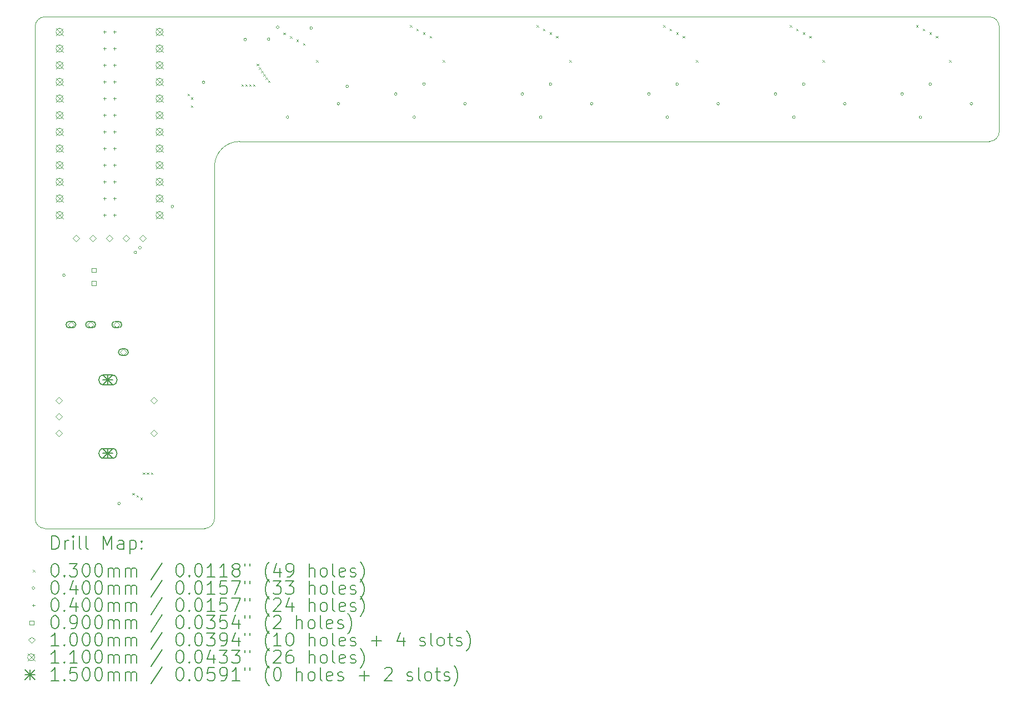
<source format=gbr>
%TF.GenerationSoftware,KiCad,Pcbnew,7.0.8*%
%TF.CreationDate,2023-10-17T17:27:18-07:00*%
%TF.ProjectId,Seismos_CoreR,53656973-6d6f-4735-9f43-6f7265522e6b,rev?*%
%TF.SameCoordinates,Original*%
%TF.FileFunction,Drillmap*%
%TF.FilePolarity,Positive*%
%FSLAX45Y45*%
G04 Gerber Fmt 4.5, Leading zero omitted, Abs format (unit mm)*
G04 Created by KiCad (PCBNEW 7.0.8) date 2023-10-17 17:27:18*
%MOMM*%
%LPD*%
G01*
G04 APERTURE LIST*
%ADD10C,0.100000*%
%ADD11C,0.200000*%
%ADD12C,0.030000*%
%ADD13C,0.040000*%
%ADD14C,0.090000*%
%ADD15C,0.110000*%
%ADD16C,0.150000*%
G04 APERTURE END LIST*
D10*
X5736600Y-9650000D02*
X5736600Y-4281000D01*
X5586600Y-9800000D02*
X3150000Y-9800000D01*
X3000000Y-9650000D02*
X3000000Y-2150000D01*
X3150000Y-2000000D02*
G75*
G03*
X3000000Y-2150000I0J-150000D01*
G01*
X5586600Y-9800000D02*
G75*
G03*
X5736600Y-9650000I0J150000D01*
G01*
X17550000Y-3900000D02*
X6117600Y-3900000D01*
X17550000Y-3900000D02*
G75*
G03*
X17700000Y-3750000I0J150000D01*
G01*
X17700000Y-2150000D02*
G75*
G03*
X17550000Y-2000000I-150000J0D01*
G01*
X3000000Y-9650000D02*
G75*
G03*
X3150000Y-9800000I150000J0D01*
G01*
X6117600Y-3900000D02*
G75*
G03*
X5736600Y-4281000I0J-381000D01*
G01*
X3150000Y-2000000D02*
X17550000Y-2000000D01*
X17700000Y-2150000D02*
X17700000Y-3750000D01*
D11*
D12*
X4484775Y-9259775D02*
X4514775Y-9289775D01*
X4514775Y-9259775D02*
X4484775Y-9289775D01*
X4545000Y-9295000D02*
X4575000Y-9325000D01*
X4575000Y-9295000D02*
X4545000Y-9325000D01*
X4606000Y-9330000D02*
X4636000Y-9360000D01*
X4636000Y-9330000D02*
X4606000Y-9360000D01*
X4645000Y-8945000D02*
X4675000Y-8975000D01*
X4675000Y-8945000D02*
X4645000Y-8975000D01*
X4705000Y-8945000D02*
X4735000Y-8975000D01*
X4735000Y-8945000D02*
X4705000Y-8975000D01*
X4765000Y-8945000D02*
X4795000Y-8975000D01*
X4795000Y-8945000D02*
X4765000Y-8975000D01*
X5325000Y-3172350D02*
X5355000Y-3202350D01*
X5355000Y-3172350D02*
X5325000Y-3202350D01*
X5377650Y-3225000D02*
X5407650Y-3255000D01*
X5407650Y-3225000D02*
X5377650Y-3255000D01*
X5377650Y-3351400D02*
X5407650Y-3381400D01*
X5407650Y-3351400D02*
X5377650Y-3381400D01*
X6145149Y-3029189D02*
X6175149Y-3059189D01*
X6175149Y-3029189D02*
X6145149Y-3059189D01*
X6205099Y-3029189D02*
X6235099Y-3059189D01*
X6235099Y-3029189D02*
X6205099Y-3059189D01*
X6265050Y-3029189D02*
X6295050Y-3059189D01*
X6295050Y-3029189D02*
X6265050Y-3059189D01*
X6325000Y-3029189D02*
X6355000Y-3059189D01*
X6355000Y-3029189D02*
X6325000Y-3059189D01*
X6380000Y-2715250D02*
X6410000Y-2745250D01*
X6410000Y-2715250D02*
X6380000Y-2745250D01*
X6410958Y-2767900D02*
X6440958Y-2797900D01*
X6440958Y-2767900D02*
X6410958Y-2797900D01*
X6446897Y-2820550D02*
X6476897Y-2850550D01*
X6476897Y-2820550D02*
X6446897Y-2850550D01*
X6481680Y-2873200D02*
X6511680Y-2903200D01*
X6511680Y-2873200D02*
X6481680Y-2903200D01*
X6513770Y-2923839D02*
X6543770Y-2953839D01*
X6543770Y-2923839D02*
X6513770Y-2953839D01*
X6551547Y-2970389D02*
X6581547Y-3000389D01*
X6581547Y-2970389D02*
X6551547Y-3000389D01*
X6785000Y-2240000D02*
X6815000Y-2270000D01*
X6815000Y-2240000D02*
X6785000Y-2270000D01*
X6885000Y-2295000D02*
X6915000Y-2325000D01*
X6915000Y-2295000D02*
X6885000Y-2325000D01*
X6985000Y-2347650D02*
X7015000Y-2377650D01*
X7015000Y-2347650D02*
X6985000Y-2377650D01*
X7085000Y-2400300D02*
X7115000Y-2430300D01*
X7115000Y-2400300D02*
X7085000Y-2430300D01*
X7285000Y-2660000D02*
X7315000Y-2690000D01*
X7315000Y-2660000D02*
X7285000Y-2690000D01*
X8715000Y-2125000D02*
X8745000Y-2155000D01*
X8745000Y-2125000D02*
X8715000Y-2155000D01*
X8815000Y-2180000D02*
X8845000Y-2210000D01*
X8845000Y-2180000D02*
X8815000Y-2210000D01*
X8915000Y-2235000D02*
X8945000Y-2265000D01*
X8945000Y-2235000D02*
X8915000Y-2265000D01*
X9015000Y-2290000D02*
X9045000Y-2320000D01*
X9045000Y-2290000D02*
X9015000Y-2320000D01*
X9215000Y-2660000D02*
X9245000Y-2690000D01*
X9245000Y-2660000D02*
X9215000Y-2690000D01*
X10645000Y-2125000D02*
X10675000Y-2155000D01*
X10675000Y-2125000D02*
X10645000Y-2155000D01*
X10745000Y-2180000D02*
X10775000Y-2210000D01*
X10775000Y-2180000D02*
X10745000Y-2210000D01*
X10845000Y-2235000D02*
X10875000Y-2265000D01*
X10875000Y-2235000D02*
X10845000Y-2265000D01*
X10945000Y-2290000D02*
X10975000Y-2320000D01*
X10975000Y-2290000D02*
X10945000Y-2320000D01*
X11145000Y-2660000D02*
X11175000Y-2690000D01*
X11175000Y-2660000D02*
X11145000Y-2690000D01*
X12575000Y-2125000D02*
X12605000Y-2155000D01*
X12605000Y-2125000D02*
X12575000Y-2155000D01*
X12675000Y-2180000D02*
X12705000Y-2210000D01*
X12705000Y-2180000D02*
X12675000Y-2210000D01*
X12775000Y-2235000D02*
X12805000Y-2265000D01*
X12805000Y-2235000D02*
X12775000Y-2265000D01*
X12875000Y-2290000D02*
X12905000Y-2320000D01*
X12905000Y-2290000D02*
X12875000Y-2320000D01*
X13075000Y-2660000D02*
X13105000Y-2690000D01*
X13105000Y-2660000D02*
X13075000Y-2690000D01*
X14505000Y-2125000D02*
X14535000Y-2155000D01*
X14535000Y-2125000D02*
X14505000Y-2155000D01*
X14605000Y-2180000D02*
X14635000Y-2210000D01*
X14635000Y-2180000D02*
X14605000Y-2210000D01*
X14705000Y-2235000D02*
X14735000Y-2265000D01*
X14735000Y-2235000D02*
X14705000Y-2265000D01*
X14805000Y-2290000D02*
X14835000Y-2320000D01*
X14835000Y-2290000D02*
X14805000Y-2320000D01*
X15005000Y-2660000D02*
X15035000Y-2690000D01*
X15035000Y-2660000D02*
X15005000Y-2690000D01*
X16435000Y-2125000D02*
X16465000Y-2155000D01*
X16465000Y-2125000D02*
X16435000Y-2155000D01*
X16535000Y-2180000D02*
X16565000Y-2210000D01*
X16565000Y-2180000D02*
X16535000Y-2210000D01*
X16635000Y-2235000D02*
X16665000Y-2265000D01*
X16665000Y-2235000D02*
X16635000Y-2265000D01*
X16735000Y-2290000D02*
X16765000Y-2320000D01*
X16765000Y-2290000D02*
X16735000Y-2320000D01*
X16935000Y-2660000D02*
X16965000Y-2690000D01*
X16965000Y-2660000D02*
X16935000Y-2690000D01*
D13*
X3460000Y-5940000D02*
G75*
G03*
X3460000Y-5940000I-20000J0D01*
G01*
X4300000Y-9421000D02*
G75*
G03*
X4300000Y-9421000I-20000J0D01*
G01*
X4547863Y-5592135D02*
G75*
G03*
X4547863Y-5592135I-20000J0D01*
G01*
X4620465Y-5519486D02*
G75*
G03*
X4620465Y-5519486I-20000J0D01*
G01*
X5112750Y-4892650D02*
G75*
G03*
X5112750Y-4892650I-20000J0D01*
G01*
X5590000Y-2997500D02*
G75*
G03*
X5590000Y-2997500I-20000J0D01*
G01*
X6225000Y-2345000D02*
G75*
G03*
X6225000Y-2345000I-20000J0D01*
G01*
X6580000Y-2340000D02*
G75*
G03*
X6580000Y-2340000I-20000J0D01*
G01*
X6720000Y-2159000D02*
G75*
G03*
X6720000Y-2159000I-20000J0D01*
G01*
X6870000Y-3529880D02*
G75*
G03*
X6870000Y-3529880I-20000J0D01*
G01*
X7230000Y-2170000D02*
G75*
G03*
X7230000Y-2170000I-20000J0D01*
G01*
X7644810Y-3325070D02*
G75*
G03*
X7644810Y-3325070I-20000J0D01*
G01*
X7780000Y-3060000D02*
G75*
G03*
X7780000Y-3060000I-20000J0D01*
G01*
X8520520Y-3175000D02*
G75*
G03*
X8520520Y-3175000I-20000J0D01*
G01*
X8800000Y-3529880D02*
G75*
G03*
X8800000Y-3529880I-20000J0D01*
G01*
X8950000Y-3025000D02*
G75*
G03*
X8950000Y-3025000I-20000J0D01*
G01*
X9574810Y-3325070D02*
G75*
G03*
X9574810Y-3325070I-20000J0D01*
G01*
X10450520Y-3175000D02*
G75*
G03*
X10450520Y-3175000I-20000J0D01*
G01*
X10730000Y-3529880D02*
G75*
G03*
X10730000Y-3529880I-20000J0D01*
G01*
X10880000Y-3025000D02*
G75*
G03*
X10880000Y-3025000I-20000J0D01*
G01*
X11504810Y-3325070D02*
G75*
G03*
X11504810Y-3325070I-20000J0D01*
G01*
X12380520Y-3175000D02*
G75*
G03*
X12380520Y-3175000I-20000J0D01*
G01*
X12660000Y-3529880D02*
G75*
G03*
X12660000Y-3529880I-20000J0D01*
G01*
X12810000Y-3025000D02*
G75*
G03*
X12810000Y-3025000I-20000J0D01*
G01*
X13434810Y-3325070D02*
G75*
G03*
X13434810Y-3325070I-20000J0D01*
G01*
X14310520Y-3175000D02*
G75*
G03*
X14310520Y-3175000I-20000J0D01*
G01*
X14590000Y-3529880D02*
G75*
G03*
X14590000Y-3529880I-20000J0D01*
G01*
X14740000Y-3025000D02*
G75*
G03*
X14740000Y-3025000I-20000J0D01*
G01*
X15364810Y-3325070D02*
G75*
G03*
X15364810Y-3325070I-20000J0D01*
G01*
X16240520Y-3175000D02*
G75*
G03*
X16240520Y-3175000I-20000J0D01*
G01*
X16520000Y-3529880D02*
G75*
G03*
X16520000Y-3529880I-20000J0D01*
G01*
X16670000Y-3025000D02*
G75*
G03*
X16670000Y-3025000I-20000J0D01*
G01*
X17294810Y-3325070D02*
G75*
G03*
X17294810Y-3325070I-20000J0D01*
G01*
X4058800Y-2208600D02*
X4058800Y-2248600D01*
X4038800Y-2228600D02*
X4078800Y-2228600D01*
X4058800Y-2462600D02*
X4058800Y-2502600D01*
X4038800Y-2482600D02*
X4078800Y-2482600D01*
X4058800Y-2716600D02*
X4058800Y-2756600D01*
X4038800Y-2736600D02*
X4078800Y-2736600D01*
X4058800Y-2970600D02*
X4058800Y-3010600D01*
X4038800Y-2990600D02*
X4078800Y-2990600D01*
X4058800Y-3224600D02*
X4058800Y-3264600D01*
X4038800Y-3244600D02*
X4078800Y-3244600D01*
X4058800Y-3478600D02*
X4058800Y-3518600D01*
X4038800Y-3498600D02*
X4078800Y-3498600D01*
X4058800Y-3732600D02*
X4058800Y-3772600D01*
X4038800Y-3752600D02*
X4078800Y-3752600D01*
X4058800Y-3986600D02*
X4058800Y-4026600D01*
X4038800Y-4006600D02*
X4078800Y-4006600D01*
X4058800Y-4240600D02*
X4058800Y-4280600D01*
X4038800Y-4260600D02*
X4078800Y-4260600D01*
X4058800Y-4494600D02*
X4058800Y-4534600D01*
X4038800Y-4514600D02*
X4078800Y-4514600D01*
X4058800Y-4748600D02*
X4058800Y-4788600D01*
X4038800Y-4768600D02*
X4078800Y-4768600D01*
X4058800Y-5002600D02*
X4058800Y-5042600D01*
X4038800Y-5022600D02*
X4078800Y-5022600D01*
X4211200Y-2208600D02*
X4211200Y-2248600D01*
X4191200Y-2228600D02*
X4231200Y-2228600D01*
X4211200Y-2462600D02*
X4211200Y-2502600D01*
X4191200Y-2482600D02*
X4231200Y-2482600D01*
X4211200Y-2716600D02*
X4211200Y-2756600D01*
X4191200Y-2736600D02*
X4231200Y-2736600D01*
X4211200Y-2970600D02*
X4211200Y-3010600D01*
X4191200Y-2990600D02*
X4231200Y-2990600D01*
X4211200Y-3224600D02*
X4211200Y-3264600D01*
X4191200Y-3244600D02*
X4231200Y-3244600D01*
X4211200Y-3478600D02*
X4211200Y-3518600D01*
X4191200Y-3498600D02*
X4231200Y-3498600D01*
X4211200Y-3732600D02*
X4211200Y-3772600D01*
X4191200Y-3752600D02*
X4231200Y-3752600D01*
X4211200Y-3986600D02*
X4211200Y-4026600D01*
X4191200Y-4006600D02*
X4231200Y-4006600D01*
X4211200Y-4240600D02*
X4211200Y-4280600D01*
X4191200Y-4260600D02*
X4231200Y-4260600D01*
X4211200Y-4494600D02*
X4211200Y-4534600D01*
X4191200Y-4514600D02*
X4231200Y-4514600D01*
X4211200Y-4748600D02*
X4211200Y-4788600D01*
X4191200Y-4768600D02*
X4231200Y-4768600D01*
X4211200Y-5002600D02*
X4211200Y-5042600D01*
X4191200Y-5022600D02*
X4231200Y-5022600D01*
D14*
X3926770Y-5895020D02*
X3926770Y-5831380D01*
X3863130Y-5831380D01*
X3863130Y-5895020D01*
X3926770Y-5895020D01*
X3926770Y-6095020D02*
X3926770Y-6031380D01*
X3863130Y-6031380D01*
X3863130Y-6095020D01*
X3926770Y-6095020D01*
D10*
X3361000Y-7896000D02*
X3411000Y-7846000D01*
X3361000Y-7796000D01*
X3311000Y-7846000D01*
X3361000Y-7896000D01*
X3361000Y-8146000D02*
X3411000Y-8096000D01*
X3361000Y-8046000D01*
X3311000Y-8096000D01*
X3361000Y-8146000D01*
X3361000Y-8396000D02*
X3411000Y-8346000D01*
X3361000Y-8296000D01*
X3311000Y-8346000D01*
X3361000Y-8396000D01*
X3547000Y-6742500D02*
X3597000Y-6692500D01*
X3547000Y-6642500D01*
X3497000Y-6692500D01*
X3547000Y-6742500D01*
D11*
X3522000Y-6742500D02*
X3572000Y-6742500D01*
X3572000Y-6742500D02*
G75*
G03*
X3572000Y-6642500I0J50000D01*
G01*
X3572000Y-6642500D02*
X3522000Y-6642500D01*
X3522000Y-6642500D02*
G75*
G03*
X3522000Y-6742500I0J-50000D01*
G01*
D10*
X3628400Y-5426600D02*
X3678400Y-5376600D01*
X3628400Y-5326600D01*
X3578400Y-5376600D01*
X3628400Y-5426600D01*
X3847000Y-6742500D02*
X3897000Y-6692500D01*
X3847000Y-6642500D01*
X3797000Y-6692500D01*
X3847000Y-6742500D01*
D11*
X3822000Y-6742500D02*
X3872000Y-6742500D01*
X3872000Y-6742500D02*
G75*
G03*
X3872000Y-6642500I0J50000D01*
G01*
X3872000Y-6642500D02*
X3822000Y-6642500D01*
X3822000Y-6642500D02*
G75*
G03*
X3822000Y-6742500I0J-50000D01*
G01*
D10*
X3882400Y-5426600D02*
X3932400Y-5376600D01*
X3882400Y-5326600D01*
X3832400Y-5376600D01*
X3882400Y-5426600D01*
X4136400Y-5426600D02*
X4186400Y-5376600D01*
X4136400Y-5326600D01*
X4086400Y-5376600D01*
X4136400Y-5426600D01*
X4247000Y-6742500D02*
X4297000Y-6692500D01*
X4247000Y-6642500D01*
X4197000Y-6692500D01*
X4247000Y-6742500D01*
D11*
X4222000Y-6742500D02*
X4272000Y-6742500D01*
X4272000Y-6742500D02*
G75*
G03*
X4272000Y-6642500I0J50000D01*
G01*
X4272000Y-6642500D02*
X4222000Y-6642500D01*
X4222000Y-6642500D02*
G75*
G03*
X4222000Y-6742500I0J-50000D01*
G01*
D10*
X4347000Y-7162500D02*
X4397000Y-7112500D01*
X4347000Y-7062500D01*
X4297000Y-7112500D01*
X4347000Y-7162500D01*
D11*
X4322000Y-7162500D02*
X4372000Y-7162500D01*
X4372000Y-7162500D02*
G75*
G03*
X4372000Y-7062500I0J50000D01*
G01*
X4372000Y-7062500D02*
X4322000Y-7062500D01*
X4322000Y-7062500D02*
G75*
G03*
X4322000Y-7162500I0J-50000D01*
G01*
D10*
X4390400Y-5426600D02*
X4440400Y-5376600D01*
X4390400Y-5326600D01*
X4340400Y-5376600D01*
X4390400Y-5426600D01*
X4644400Y-5426600D02*
X4694400Y-5376600D01*
X4644400Y-5326600D01*
X4594400Y-5376600D01*
X4644400Y-5426600D01*
X4811000Y-7896000D02*
X4861000Y-7846000D01*
X4811000Y-7796000D01*
X4761000Y-7846000D01*
X4811000Y-7896000D01*
X4811000Y-8396000D02*
X4861000Y-8346000D01*
X4811000Y-8296000D01*
X4761000Y-8346000D01*
X4811000Y-8396000D01*
D15*
X3318000Y-2173600D02*
X3428000Y-2283600D01*
X3428000Y-2173600D02*
X3318000Y-2283600D01*
X3428000Y-2228600D02*
G75*
G03*
X3428000Y-2228600I-55000J0D01*
G01*
X3318000Y-2173600D02*
X3428000Y-2283600D01*
X3428000Y-2173600D02*
X3318000Y-2283600D01*
X3428000Y-2228600D02*
G75*
G03*
X3428000Y-2228600I-55000J0D01*
G01*
X3318000Y-2427600D02*
X3428000Y-2537600D01*
X3428000Y-2427600D02*
X3318000Y-2537600D01*
X3428000Y-2482600D02*
G75*
G03*
X3428000Y-2482600I-55000J0D01*
G01*
X3318000Y-2681600D02*
X3428000Y-2791600D01*
X3428000Y-2681600D02*
X3318000Y-2791600D01*
X3428000Y-2736600D02*
G75*
G03*
X3428000Y-2736600I-55000J0D01*
G01*
X3318000Y-2935600D02*
X3428000Y-3045600D01*
X3428000Y-2935600D02*
X3318000Y-3045600D01*
X3428000Y-2990600D02*
G75*
G03*
X3428000Y-2990600I-55000J0D01*
G01*
X3318000Y-3189600D02*
X3428000Y-3299600D01*
X3428000Y-3189600D02*
X3318000Y-3299600D01*
X3428000Y-3244600D02*
G75*
G03*
X3428000Y-3244600I-55000J0D01*
G01*
X3318000Y-3443600D02*
X3428000Y-3553600D01*
X3428000Y-3443600D02*
X3318000Y-3553600D01*
X3428000Y-3498600D02*
G75*
G03*
X3428000Y-3498600I-55000J0D01*
G01*
X3318000Y-3697600D02*
X3428000Y-3807600D01*
X3428000Y-3697600D02*
X3318000Y-3807600D01*
X3428000Y-3752600D02*
G75*
G03*
X3428000Y-3752600I-55000J0D01*
G01*
X3318000Y-3951600D02*
X3428000Y-4061600D01*
X3428000Y-3951600D02*
X3318000Y-4061600D01*
X3428000Y-4006600D02*
G75*
G03*
X3428000Y-4006600I-55000J0D01*
G01*
X3318000Y-4205600D02*
X3428000Y-4315600D01*
X3428000Y-4205600D02*
X3318000Y-4315600D01*
X3428000Y-4260600D02*
G75*
G03*
X3428000Y-4260600I-55000J0D01*
G01*
X3318000Y-4459600D02*
X3428000Y-4569600D01*
X3428000Y-4459600D02*
X3318000Y-4569600D01*
X3428000Y-4514600D02*
G75*
G03*
X3428000Y-4514600I-55000J0D01*
G01*
X3318000Y-4713600D02*
X3428000Y-4823600D01*
X3428000Y-4713600D02*
X3318000Y-4823600D01*
X3428000Y-4768600D02*
G75*
G03*
X3428000Y-4768600I-55000J0D01*
G01*
X3318000Y-4967600D02*
X3428000Y-5077600D01*
X3428000Y-4967600D02*
X3318000Y-5077600D01*
X3428000Y-5022600D02*
G75*
G03*
X3428000Y-5022600I-55000J0D01*
G01*
X4842000Y-2173600D02*
X4952000Y-2283600D01*
X4952000Y-2173600D02*
X4842000Y-2283600D01*
X4952000Y-2228600D02*
G75*
G03*
X4952000Y-2228600I-55000J0D01*
G01*
X4842000Y-2173600D02*
X4952000Y-2283600D01*
X4952000Y-2173600D02*
X4842000Y-2283600D01*
X4952000Y-2228600D02*
G75*
G03*
X4952000Y-2228600I-55000J0D01*
G01*
X4842000Y-2427600D02*
X4952000Y-2537600D01*
X4952000Y-2427600D02*
X4842000Y-2537600D01*
X4952000Y-2482600D02*
G75*
G03*
X4952000Y-2482600I-55000J0D01*
G01*
X4842000Y-2681600D02*
X4952000Y-2791600D01*
X4952000Y-2681600D02*
X4842000Y-2791600D01*
X4952000Y-2736600D02*
G75*
G03*
X4952000Y-2736600I-55000J0D01*
G01*
X4842000Y-2935600D02*
X4952000Y-3045600D01*
X4952000Y-2935600D02*
X4842000Y-3045600D01*
X4952000Y-2990600D02*
G75*
G03*
X4952000Y-2990600I-55000J0D01*
G01*
X4842000Y-3189600D02*
X4952000Y-3299600D01*
X4952000Y-3189600D02*
X4842000Y-3299600D01*
X4952000Y-3244600D02*
G75*
G03*
X4952000Y-3244600I-55000J0D01*
G01*
X4842000Y-3443600D02*
X4952000Y-3553600D01*
X4952000Y-3443600D02*
X4842000Y-3553600D01*
X4952000Y-3498600D02*
G75*
G03*
X4952000Y-3498600I-55000J0D01*
G01*
X4842000Y-3697600D02*
X4952000Y-3807600D01*
X4952000Y-3697600D02*
X4842000Y-3807600D01*
X4952000Y-3752600D02*
G75*
G03*
X4952000Y-3752600I-55000J0D01*
G01*
X4842000Y-3951600D02*
X4952000Y-4061600D01*
X4952000Y-3951600D02*
X4842000Y-4061600D01*
X4952000Y-4006600D02*
G75*
G03*
X4952000Y-4006600I-55000J0D01*
G01*
X4842000Y-4205600D02*
X4952000Y-4315600D01*
X4952000Y-4205600D02*
X4842000Y-4315600D01*
X4952000Y-4260600D02*
G75*
G03*
X4952000Y-4260600I-55000J0D01*
G01*
X4842000Y-4459600D02*
X4952000Y-4569600D01*
X4952000Y-4459600D02*
X4842000Y-4569600D01*
X4952000Y-4514600D02*
G75*
G03*
X4952000Y-4514600I-55000J0D01*
G01*
X4842000Y-4713600D02*
X4952000Y-4823600D01*
X4952000Y-4713600D02*
X4842000Y-4823600D01*
X4952000Y-4768600D02*
G75*
G03*
X4952000Y-4768600I-55000J0D01*
G01*
X4842000Y-4967600D02*
X4952000Y-5077600D01*
X4952000Y-4967600D02*
X4842000Y-5077600D01*
X4952000Y-5022600D02*
G75*
G03*
X4952000Y-5022600I-55000J0D01*
G01*
D16*
X4036000Y-7461000D02*
X4186000Y-7611000D01*
X4186000Y-7461000D02*
X4036000Y-7611000D01*
X4111000Y-7461000D02*
X4111000Y-7611000D01*
X4036000Y-7536000D02*
X4186000Y-7536000D01*
D11*
X4046000Y-7611000D02*
X4176000Y-7611000D01*
X4176000Y-7611000D02*
G75*
G03*
X4176000Y-7461000I0J75000D01*
G01*
X4176000Y-7461000D02*
X4046000Y-7461000D01*
X4046000Y-7461000D02*
G75*
G03*
X4046000Y-7611000I0J-75000D01*
G01*
D16*
X4036000Y-8581000D02*
X4186000Y-8731000D01*
X4186000Y-8581000D02*
X4036000Y-8731000D01*
X4111000Y-8581000D02*
X4111000Y-8731000D01*
X4036000Y-8656000D02*
X4186000Y-8656000D01*
D11*
X4046000Y-8731000D02*
X4176000Y-8731000D01*
X4176000Y-8731000D02*
G75*
G03*
X4176000Y-8581000I0J75000D01*
G01*
X4176000Y-8581000D02*
X4046000Y-8581000D01*
X4046000Y-8581000D02*
G75*
G03*
X4046000Y-8731000I0J-75000D01*
G01*
X3255777Y-10116484D02*
X3255777Y-9916484D01*
X3255777Y-9916484D02*
X3303396Y-9916484D01*
X3303396Y-9916484D02*
X3331967Y-9926008D01*
X3331967Y-9926008D02*
X3351015Y-9945055D01*
X3351015Y-9945055D02*
X3360539Y-9964103D01*
X3360539Y-9964103D02*
X3370062Y-10002198D01*
X3370062Y-10002198D02*
X3370062Y-10030770D01*
X3370062Y-10030770D02*
X3360539Y-10068865D01*
X3360539Y-10068865D02*
X3351015Y-10087912D01*
X3351015Y-10087912D02*
X3331967Y-10106960D01*
X3331967Y-10106960D02*
X3303396Y-10116484D01*
X3303396Y-10116484D02*
X3255777Y-10116484D01*
X3455777Y-10116484D02*
X3455777Y-9983150D01*
X3455777Y-10021246D02*
X3465301Y-10002198D01*
X3465301Y-10002198D02*
X3474824Y-9992674D01*
X3474824Y-9992674D02*
X3493872Y-9983150D01*
X3493872Y-9983150D02*
X3512920Y-9983150D01*
X3579586Y-10116484D02*
X3579586Y-9983150D01*
X3579586Y-9916484D02*
X3570062Y-9926008D01*
X3570062Y-9926008D02*
X3579586Y-9935531D01*
X3579586Y-9935531D02*
X3589110Y-9926008D01*
X3589110Y-9926008D02*
X3579586Y-9916484D01*
X3579586Y-9916484D02*
X3579586Y-9935531D01*
X3703396Y-10116484D02*
X3684348Y-10106960D01*
X3684348Y-10106960D02*
X3674824Y-10087912D01*
X3674824Y-10087912D02*
X3674824Y-9916484D01*
X3808158Y-10116484D02*
X3789110Y-10106960D01*
X3789110Y-10106960D02*
X3779586Y-10087912D01*
X3779586Y-10087912D02*
X3779586Y-9916484D01*
X4036729Y-10116484D02*
X4036729Y-9916484D01*
X4036729Y-9916484D02*
X4103396Y-10059341D01*
X4103396Y-10059341D02*
X4170062Y-9916484D01*
X4170062Y-9916484D02*
X4170062Y-10116484D01*
X4351015Y-10116484D02*
X4351015Y-10011722D01*
X4351015Y-10011722D02*
X4341491Y-9992674D01*
X4341491Y-9992674D02*
X4322444Y-9983150D01*
X4322444Y-9983150D02*
X4284348Y-9983150D01*
X4284348Y-9983150D02*
X4265301Y-9992674D01*
X4351015Y-10106960D02*
X4331967Y-10116484D01*
X4331967Y-10116484D02*
X4284348Y-10116484D01*
X4284348Y-10116484D02*
X4265301Y-10106960D01*
X4265301Y-10106960D02*
X4255777Y-10087912D01*
X4255777Y-10087912D02*
X4255777Y-10068865D01*
X4255777Y-10068865D02*
X4265301Y-10049817D01*
X4265301Y-10049817D02*
X4284348Y-10040293D01*
X4284348Y-10040293D02*
X4331967Y-10040293D01*
X4331967Y-10040293D02*
X4351015Y-10030770D01*
X4446253Y-9983150D02*
X4446253Y-10183150D01*
X4446253Y-9992674D02*
X4465301Y-9983150D01*
X4465301Y-9983150D02*
X4503396Y-9983150D01*
X4503396Y-9983150D02*
X4522444Y-9992674D01*
X4522444Y-9992674D02*
X4531967Y-10002198D01*
X4531967Y-10002198D02*
X4541491Y-10021246D01*
X4541491Y-10021246D02*
X4541491Y-10078389D01*
X4541491Y-10078389D02*
X4531967Y-10097436D01*
X4531967Y-10097436D02*
X4522444Y-10106960D01*
X4522444Y-10106960D02*
X4503396Y-10116484D01*
X4503396Y-10116484D02*
X4465301Y-10116484D01*
X4465301Y-10116484D02*
X4446253Y-10106960D01*
X4627205Y-10097436D02*
X4636729Y-10106960D01*
X4636729Y-10106960D02*
X4627205Y-10116484D01*
X4627205Y-10116484D02*
X4617682Y-10106960D01*
X4617682Y-10106960D02*
X4627205Y-10097436D01*
X4627205Y-10097436D02*
X4627205Y-10116484D01*
X4627205Y-9992674D02*
X4636729Y-10002198D01*
X4636729Y-10002198D02*
X4627205Y-10011722D01*
X4627205Y-10011722D02*
X4617682Y-10002198D01*
X4617682Y-10002198D02*
X4627205Y-9992674D01*
X4627205Y-9992674D02*
X4627205Y-10011722D01*
D12*
X2965000Y-10430000D02*
X2995000Y-10460000D01*
X2995000Y-10430000D02*
X2965000Y-10460000D01*
D11*
X3293872Y-10336484D02*
X3312920Y-10336484D01*
X3312920Y-10336484D02*
X3331967Y-10346008D01*
X3331967Y-10346008D02*
X3341491Y-10355531D01*
X3341491Y-10355531D02*
X3351015Y-10374579D01*
X3351015Y-10374579D02*
X3360539Y-10412674D01*
X3360539Y-10412674D02*
X3360539Y-10460293D01*
X3360539Y-10460293D02*
X3351015Y-10498389D01*
X3351015Y-10498389D02*
X3341491Y-10517436D01*
X3341491Y-10517436D02*
X3331967Y-10526960D01*
X3331967Y-10526960D02*
X3312920Y-10536484D01*
X3312920Y-10536484D02*
X3293872Y-10536484D01*
X3293872Y-10536484D02*
X3274824Y-10526960D01*
X3274824Y-10526960D02*
X3265301Y-10517436D01*
X3265301Y-10517436D02*
X3255777Y-10498389D01*
X3255777Y-10498389D02*
X3246253Y-10460293D01*
X3246253Y-10460293D02*
X3246253Y-10412674D01*
X3246253Y-10412674D02*
X3255777Y-10374579D01*
X3255777Y-10374579D02*
X3265301Y-10355531D01*
X3265301Y-10355531D02*
X3274824Y-10346008D01*
X3274824Y-10346008D02*
X3293872Y-10336484D01*
X3446253Y-10517436D02*
X3455777Y-10526960D01*
X3455777Y-10526960D02*
X3446253Y-10536484D01*
X3446253Y-10536484D02*
X3436729Y-10526960D01*
X3436729Y-10526960D02*
X3446253Y-10517436D01*
X3446253Y-10517436D02*
X3446253Y-10536484D01*
X3522443Y-10336484D02*
X3646253Y-10336484D01*
X3646253Y-10336484D02*
X3579586Y-10412674D01*
X3579586Y-10412674D02*
X3608158Y-10412674D01*
X3608158Y-10412674D02*
X3627205Y-10422198D01*
X3627205Y-10422198D02*
X3636729Y-10431722D01*
X3636729Y-10431722D02*
X3646253Y-10450770D01*
X3646253Y-10450770D02*
X3646253Y-10498389D01*
X3646253Y-10498389D02*
X3636729Y-10517436D01*
X3636729Y-10517436D02*
X3627205Y-10526960D01*
X3627205Y-10526960D02*
X3608158Y-10536484D01*
X3608158Y-10536484D02*
X3551015Y-10536484D01*
X3551015Y-10536484D02*
X3531967Y-10526960D01*
X3531967Y-10526960D02*
X3522443Y-10517436D01*
X3770062Y-10336484D02*
X3789110Y-10336484D01*
X3789110Y-10336484D02*
X3808158Y-10346008D01*
X3808158Y-10346008D02*
X3817682Y-10355531D01*
X3817682Y-10355531D02*
X3827205Y-10374579D01*
X3827205Y-10374579D02*
X3836729Y-10412674D01*
X3836729Y-10412674D02*
X3836729Y-10460293D01*
X3836729Y-10460293D02*
X3827205Y-10498389D01*
X3827205Y-10498389D02*
X3817682Y-10517436D01*
X3817682Y-10517436D02*
X3808158Y-10526960D01*
X3808158Y-10526960D02*
X3789110Y-10536484D01*
X3789110Y-10536484D02*
X3770062Y-10536484D01*
X3770062Y-10536484D02*
X3751015Y-10526960D01*
X3751015Y-10526960D02*
X3741491Y-10517436D01*
X3741491Y-10517436D02*
X3731967Y-10498389D01*
X3731967Y-10498389D02*
X3722443Y-10460293D01*
X3722443Y-10460293D02*
X3722443Y-10412674D01*
X3722443Y-10412674D02*
X3731967Y-10374579D01*
X3731967Y-10374579D02*
X3741491Y-10355531D01*
X3741491Y-10355531D02*
X3751015Y-10346008D01*
X3751015Y-10346008D02*
X3770062Y-10336484D01*
X3960539Y-10336484D02*
X3979586Y-10336484D01*
X3979586Y-10336484D02*
X3998634Y-10346008D01*
X3998634Y-10346008D02*
X4008158Y-10355531D01*
X4008158Y-10355531D02*
X4017682Y-10374579D01*
X4017682Y-10374579D02*
X4027205Y-10412674D01*
X4027205Y-10412674D02*
X4027205Y-10460293D01*
X4027205Y-10460293D02*
X4017682Y-10498389D01*
X4017682Y-10498389D02*
X4008158Y-10517436D01*
X4008158Y-10517436D02*
X3998634Y-10526960D01*
X3998634Y-10526960D02*
X3979586Y-10536484D01*
X3979586Y-10536484D02*
X3960539Y-10536484D01*
X3960539Y-10536484D02*
X3941491Y-10526960D01*
X3941491Y-10526960D02*
X3931967Y-10517436D01*
X3931967Y-10517436D02*
X3922443Y-10498389D01*
X3922443Y-10498389D02*
X3912920Y-10460293D01*
X3912920Y-10460293D02*
X3912920Y-10412674D01*
X3912920Y-10412674D02*
X3922443Y-10374579D01*
X3922443Y-10374579D02*
X3931967Y-10355531D01*
X3931967Y-10355531D02*
X3941491Y-10346008D01*
X3941491Y-10346008D02*
X3960539Y-10336484D01*
X4112920Y-10536484D02*
X4112920Y-10403150D01*
X4112920Y-10422198D02*
X4122443Y-10412674D01*
X4122443Y-10412674D02*
X4141491Y-10403150D01*
X4141491Y-10403150D02*
X4170063Y-10403150D01*
X4170063Y-10403150D02*
X4189110Y-10412674D01*
X4189110Y-10412674D02*
X4198634Y-10431722D01*
X4198634Y-10431722D02*
X4198634Y-10536484D01*
X4198634Y-10431722D02*
X4208158Y-10412674D01*
X4208158Y-10412674D02*
X4227205Y-10403150D01*
X4227205Y-10403150D02*
X4255777Y-10403150D01*
X4255777Y-10403150D02*
X4274825Y-10412674D01*
X4274825Y-10412674D02*
X4284348Y-10431722D01*
X4284348Y-10431722D02*
X4284348Y-10536484D01*
X4379586Y-10536484D02*
X4379586Y-10403150D01*
X4379586Y-10422198D02*
X4389110Y-10412674D01*
X4389110Y-10412674D02*
X4408158Y-10403150D01*
X4408158Y-10403150D02*
X4436729Y-10403150D01*
X4436729Y-10403150D02*
X4455777Y-10412674D01*
X4455777Y-10412674D02*
X4465301Y-10431722D01*
X4465301Y-10431722D02*
X4465301Y-10536484D01*
X4465301Y-10431722D02*
X4474825Y-10412674D01*
X4474825Y-10412674D02*
X4493872Y-10403150D01*
X4493872Y-10403150D02*
X4522444Y-10403150D01*
X4522444Y-10403150D02*
X4541491Y-10412674D01*
X4541491Y-10412674D02*
X4551015Y-10431722D01*
X4551015Y-10431722D02*
X4551015Y-10536484D01*
X4941491Y-10326960D02*
X4770063Y-10584103D01*
X5198634Y-10336484D02*
X5217682Y-10336484D01*
X5217682Y-10336484D02*
X5236729Y-10346008D01*
X5236729Y-10346008D02*
X5246253Y-10355531D01*
X5246253Y-10355531D02*
X5255777Y-10374579D01*
X5255777Y-10374579D02*
X5265301Y-10412674D01*
X5265301Y-10412674D02*
X5265301Y-10460293D01*
X5265301Y-10460293D02*
X5255777Y-10498389D01*
X5255777Y-10498389D02*
X5246253Y-10517436D01*
X5246253Y-10517436D02*
X5236729Y-10526960D01*
X5236729Y-10526960D02*
X5217682Y-10536484D01*
X5217682Y-10536484D02*
X5198634Y-10536484D01*
X5198634Y-10536484D02*
X5179587Y-10526960D01*
X5179587Y-10526960D02*
X5170063Y-10517436D01*
X5170063Y-10517436D02*
X5160539Y-10498389D01*
X5160539Y-10498389D02*
X5151015Y-10460293D01*
X5151015Y-10460293D02*
X5151015Y-10412674D01*
X5151015Y-10412674D02*
X5160539Y-10374579D01*
X5160539Y-10374579D02*
X5170063Y-10355531D01*
X5170063Y-10355531D02*
X5179587Y-10346008D01*
X5179587Y-10346008D02*
X5198634Y-10336484D01*
X5351015Y-10517436D02*
X5360539Y-10526960D01*
X5360539Y-10526960D02*
X5351015Y-10536484D01*
X5351015Y-10536484D02*
X5341491Y-10526960D01*
X5341491Y-10526960D02*
X5351015Y-10517436D01*
X5351015Y-10517436D02*
X5351015Y-10536484D01*
X5484348Y-10336484D02*
X5503396Y-10336484D01*
X5503396Y-10336484D02*
X5522444Y-10346008D01*
X5522444Y-10346008D02*
X5531968Y-10355531D01*
X5531968Y-10355531D02*
X5541491Y-10374579D01*
X5541491Y-10374579D02*
X5551015Y-10412674D01*
X5551015Y-10412674D02*
X5551015Y-10460293D01*
X5551015Y-10460293D02*
X5541491Y-10498389D01*
X5541491Y-10498389D02*
X5531968Y-10517436D01*
X5531968Y-10517436D02*
X5522444Y-10526960D01*
X5522444Y-10526960D02*
X5503396Y-10536484D01*
X5503396Y-10536484D02*
X5484348Y-10536484D01*
X5484348Y-10536484D02*
X5465301Y-10526960D01*
X5465301Y-10526960D02*
X5455777Y-10517436D01*
X5455777Y-10517436D02*
X5446253Y-10498389D01*
X5446253Y-10498389D02*
X5436729Y-10460293D01*
X5436729Y-10460293D02*
X5436729Y-10412674D01*
X5436729Y-10412674D02*
X5446253Y-10374579D01*
X5446253Y-10374579D02*
X5455777Y-10355531D01*
X5455777Y-10355531D02*
X5465301Y-10346008D01*
X5465301Y-10346008D02*
X5484348Y-10336484D01*
X5741491Y-10536484D02*
X5627206Y-10536484D01*
X5684348Y-10536484D02*
X5684348Y-10336484D01*
X5684348Y-10336484D02*
X5665301Y-10365055D01*
X5665301Y-10365055D02*
X5646253Y-10384103D01*
X5646253Y-10384103D02*
X5627206Y-10393627D01*
X5931967Y-10536484D02*
X5817682Y-10536484D01*
X5874825Y-10536484D02*
X5874825Y-10336484D01*
X5874825Y-10336484D02*
X5855777Y-10365055D01*
X5855777Y-10365055D02*
X5836729Y-10384103D01*
X5836729Y-10384103D02*
X5817682Y-10393627D01*
X6046253Y-10422198D02*
X6027206Y-10412674D01*
X6027206Y-10412674D02*
X6017682Y-10403150D01*
X6017682Y-10403150D02*
X6008158Y-10384103D01*
X6008158Y-10384103D02*
X6008158Y-10374579D01*
X6008158Y-10374579D02*
X6017682Y-10355531D01*
X6017682Y-10355531D02*
X6027206Y-10346008D01*
X6027206Y-10346008D02*
X6046253Y-10336484D01*
X6046253Y-10336484D02*
X6084348Y-10336484D01*
X6084348Y-10336484D02*
X6103396Y-10346008D01*
X6103396Y-10346008D02*
X6112920Y-10355531D01*
X6112920Y-10355531D02*
X6122444Y-10374579D01*
X6122444Y-10374579D02*
X6122444Y-10384103D01*
X6122444Y-10384103D02*
X6112920Y-10403150D01*
X6112920Y-10403150D02*
X6103396Y-10412674D01*
X6103396Y-10412674D02*
X6084348Y-10422198D01*
X6084348Y-10422198D02*
X6046253Y-10422198D01*
X6046253Y-10422198D02*
X6027206Y-10431722D01*
X6027206Y-10431722D02*
X6017682Y-10441246D01*
X6017682Y-10441246D02*
X6008158Y-10460293D01*
X6008158Y-10460293D02*
X6008158Y-10498389D01*
X6008158Y-10498389D02*
X6017682Y-10517436D01*
X6017682Y-10517436D02*
X6027206Y-10526960D01*
X6027206Y-10526960D02*
X6046253Y-10536484D01*
X6046253Y-10536484D02*
X6084348Y-10536484D01*
X6084348Y-10536484D02*
X6103396Y-10526960D01*
X6103396Y-10526960D02*
X6112920Y-10517436D01*
X6112920Y-10517436D02*
X6122444Y-10498389D01*
X6122444Y-10498389D02*
X6122444Y-10460293D01*
X6122444Y-10460293D02*
X6112920Y-10441246D01*
X6112920Y-10441246D02*
X6103396Y-10431722D01*
X6103396Y-10431722D02*
X6084348Y-10422198D01*
X6198634Y-10336484D02*
X6198634Y-10374579D01*
X6274825Y-10336484D02*
X6274825Y-10374579D01*
X6570063Y-10612674D02*
X6560539Y-10603150D01*
X6560539Y-10603150D02*
X6541491Y-10574579D01*
X6541491Y-10574579D02*
X6531968Y-10555531D01*
X6531968Y-10555531D02*
X6522444Y-10526960D01*
X6522444Y-10526960D02*
X6512920Y-10479341D01*
X6512920Y-10479341D02*
X6512920Y-10441246D01*
X6512920Y-10441246D02*
X6522444Y-10393627D01*
X6522444Y-10393627D02*
X6531968Y-10365055D01*
X6531968Y-10365055D02*
X6541491Y-10346008D01*
X6541491Y-10346008D02*
X6560539Y-10317436D01*
X6560539Y-10317436D02*
X6570063Y-10307912D01*
X6731968Y-10403150D02*
X6731968Y-10536484D01*
X6684348Y-10326960D02*
X6636729Y-10469817D01*
X6636729Y-10469817D02*
X6760539Y-10469817D01*
X6846253Y-10536484D02*
X6884348Y-10536484D01*
X6884348Y-10536484D02*
X6903396Y-10526960D01*
X6903396Y-10526960D02*
X6912920Y-10517436D01*
X6912920Y-10517436D02*
X6931968Y-10488865D01*
X6931968Y-10488865D02*
X6941491Y-10450770D01*
X6941491Y-10450770D02*
X6941491Y-10374579D01*
X6941491Y-10374579D02*
X6931968Y-10355531D01*
X6931968Y-10355531D02*
X6922444Y-10346008D01*
X6922444Y-10346008D02*
X6903396Y-10336484D01*
X6903396Y-10336484D02*
X6865301Y-10336484D01*
X6865301Y-10336484D02*
X6846253Y-10346008D01*
X6846253Y-10346008D02*
X6836729Y-10355531D01*
X6836729Y-10355531D02*
X6827206Y-10374579D01*
X6827206Y-10374579D02*
X6827206Y-10422198D01*
X6827206Y-10422198D02*
X6836729Y-10441246D01*
X6836729Y-10441246D02*
X6846253Y-10450770D01*
X6846253Y-10450770D02*
X6865301Y-10460293D01*
X6865301Y-10460293D02*
X6903396Y-10460293D01*
X6903396Y-10460293D02*
X6922444Y-10450770D01*
X6922444Y-10450770D02*
X6931968Y-10441246D01*
X6931968Y-10441246D02*
X6941491Y-10422198D01*
X7179587Y-10536484D02*
X7179587Y-10336484D01*
X7265301Y-10536484D02*
X7265301Y-10431722D01*
X7265301Y-10431722D02*
X7255777Y-10412674D01*
X7255777Y-10412674D02*
X7236730Y-10403150D01*
X7236730Y-10403150D02*
X7208158Y-10403150D01*
X7208158Y-10403150D02*
X7189110Y-10412674D01*
X7189110Y-10412674D02*
X7179587Y-10422198D01*
X7389110Y-10536484D02*
X7370063Y-10526960D01*
X7370063Y-10526960D02*
X7360539Y-10517436D01*
X7360539Y-10517436D02*
X7351015Y-10498389D01*
X7351015Y-10498389D02*
X7351015Y-10441246D01*
X7351015Y-10441246D02*
X7360539Y-10422198D01*
X7360539Y-10422198D02*
X7370063Y-10412674D01*
X7370063Y-10412674D02*
X7389110Y-10403150D01*
X7389110Y-10403150D02*
X7417682Y-10403150D01*
X7417682Y-10403150D02*
X7436730Y-10412674D01*
X7436730Y-10412674D02*
X7446253Y-10422198D01*
X7446253Y-10422198D02*
X7455777Y-10441246D01*
X7455777Y-10441246D02*
X7455777Y-10498389D01*
X7455777Y-10498389D02*
X7446253Y-10517436D01*
X7446253Y-10517436D02*
X7436730Y-10526960D01*
X7436730Y-10526960D02*
X7417682Y-10536484D01*
X7417682Y-10536484D02*
X7389110Y-10536484D01*
X7570063Y-10536484D02*
X7551015Y-10526960D01*
X7551015Y-10526960D02*
X7541491Y-10507912D01*
X7541491Y-10507912D02*
X7541491Y-10336484D01*
X7722444Y-10526960D02*
X7703396Y-10536484D01*
X7703396Y-10536484D02*
X7665301Y-10536484D01*
X7665301Y-10536484D02*
X7646253Y-10526960D01*
X7646253Y-10526960D02*
X7636730Y-10507912D01*
X7636730Y-10507912D02*
X7636730Y-10431722D01*
X7636730Y-10431722D02*
X7646253Y-10412674D01*
X7646253Y-10412674D02*
X7665301Y-10403150D01*
X7665301Y-10403150D02*
X7703396Y-10403150D01*
X7703396Y-10403150D02*
X7722444Y-10412674D01*
X7722444Y-10412674D02*
X7731968Y-10431722D01*
X7731968Y-10431722D02*
X7731968Y-10450770D01*
X7731968Y-10450770D02*
X7636730Y-10469817D01*
X7808158Y-10526960D02*
X7827206Y-10536484D01*
X7827206Y-10536484D02*
X7865301Y-10536484D01*
X7865301Y-10536484D02*
X7884349Y-10526960D01*
X7884349Y-10526960D02*
X7893872Y-10507912D01*
X7893872Y-10507912D02*
X7893872Y-10498389D01*
X7893872Y-10498389D02*
X7884349Y-10479341D01*
X7884349Y-10479341D02*
X7865301Y-10469817D01*
X7865301Y-10469817D02*
X7836730Y-10469817D01*
X7836730Y-10469817D02*
X7817682Y-10460293D01*
X7817682Y-10460293D02*
X7808158Y-10441246D01*
X7808158Y-10441246D02*
X7808158Y-10431722D01*
X7808158Y-10431722D02*
X7817682Y-10412674D01*
X7817682Y-10412674D02*
X7836730Y-10403150D01*
X7836730Y-10403150D02*
X7865301Y-10403150D01*
X7865301Y-10403150D02*
X7884349Y-10412674D01*
X7960539Y-10612674D02*
X7970063Y-10603150D01*
X7970063Y-10603150D02*
X7989111Y-10574579D01*
X7989111Y-10574579D02*
X7998634Y-10555531D01*
X7998634Y-10555531D02*
X8008158Y-10526960D01*
X8008158Y-10526960D02*
X8017682Y-10479341D01*
X8017682Y-10479341D02*
X8017682Y-10441246D01*
X8017682Y-10441246D02*
X8008158Y-10393627D01*
X8008158Y-10393627D02*
X7998634Y-10365055D01*
X7998634Y-10365055D02*
X7989111Y-10346008D01*
X7989111Y-10346008D02*
X7970063Y-10317436D01*
X7970063Y-10317436D02*
X7960539Y-10307912D01*
D13*
X2995000Y-10709000D02*
G75*
G03*
X2995000Y-10709000I-20000J0D01*
G01*
D11*
X3293872Y-10600484D02*
X3312920Y-10600484D01*
X3312920Y-10600484D02*
X3331967Y-10610008D01*
X3331967Y-10610008D02*
X3341491Y-10619531D01*
X3341491Y-10619531D02*
X3351015Y-10638579D01*
X3351015Y-10638579D02*
X3360539Y-10676674D01*
X3360539Y-10676674D02*
X3360539Y-10724293D01*
X3360539Y-10724293D02*
X3351015Y-10762389D01*
X3351015Y-10762389D02*
X3341491Y-10781436D01*
X3341491Y-10781436D02*
X3331967Y-10790960D01*
X3331967Y-10790960D02*
X3312920Y-10800484D01*
X3312920Y-10800484D02*
X3293872Y-10800484D01*
X3293872Y-10800484D02*
X3274824Y-10790960D01*
X3274824Y-10790960D02*
X3265301Y-10781436D01*
X3265301Y-10781436D02*
X3255777Y-10762389D01*
X3255777Y-10762389D02*
X3246253Y-10724293D01*
X3246253Y-10724293D02*
X3246253Y-10676674D01*
X3246253Y-10676674D02*
X3255777Y-10638579D01*
X3255777Y-10638579D02*
X3265301Y-10619531D01*
X3265301Y-10619531D02*
X3274824Y-10610008D01*
X3274824Y-10610008D02*
X3293872Y-10600484D01*
X3446253Y-10781436D02*
X3455777Y-10790960D01*
X3455777Y-10790960D02*
X3446253Y-10800484D01*
X3446253Y-10800484D02*
X3436729Y-10790960D01*
X3436729Y-10790960D02*
X3446253Y-10781436D01*
X3446253Y-10781436D02*
X3446253Y-10800484D01*
X3627205Y-10667150D02*
X3627205Y-10800484D01*
X3579586Y-10590960D02*
X3531967Y-10733817D01*
X3531967Y-10733817D02*
X3655777Y-10733817D01*
X3770062Y-10600484D02*
X3789110Y-10600484D01*
X3789110Y-10600484D02*
X3808158Y-10610008D01*
X3808158Y-10610008D02*
X3817682Y-10619531D01*
X3817682Y-10619531D02*
X3827205Y-10638579D01*
X3827205Y-10638579D02*
X3836729Y-10676674D01*
X3836729Y-10676674D02*
X3836729Y-10724293D01*
X3836729Y-10724293D02*
X3827205Y-10762389D01*
X3827205Y-10762389D02*
X3817682Y-10781436D01*
X3817682Y-10781436D02*
X3808158Y-10790960D01*
X3808158Y-10790960D02*
X3789110Y-10800484D01*
X3789110Y-10800484D02*
X3770062Y-10800484D01*
X3770062Y-10800484D02*
X3751015Y-10790960D01*
X3751015Y-10790960D02*
X3741491Y-10781436D01*
X3741491Y-10781436D02*
X3731967Y-10762389D01*
X3731967Y-10762389D02*
X3722443Y-10724293D01*
X3722443Y-10724293D02*
X3722443Y-10676674D01*
X3722443Y-10676674D02*
X3731967Y-10638579D01*
X3731967Y-10638579D02*
X3741491Y-10619531D01*
X3741491Y-10619531D02*
X3751015Y-10610008D01*
X3751015Y-10610008D02*
X3770062Y-10600484D01*
X3960539Y-10600484D02*
X3979586Y-10600484D01*
X3979586Y-10600484D02*
X3998634Y-10610008D01*
X3998634Y-10610008D02*
X4008158Y-10619531D01*
X4008158Y-10619531D02*
X4017682Y-10638579D01*
X4017682Y-10638579D02*
X4027205Y-10676674D01*
X4027205Y-10676674D02*
X4027205Y-10724293D01*
X4027205Y-10724293D02*
X4017682Y-10762389D01*
X4017682Y-10762389D02*
X4008158Y-10781436D01*
X4008158Y-10781436D02*
X3998634Y-10790960D01*
X3998634Y-10790960D02*
X3979586Y-10800484D01*
X3979586Y-10800484D02*
X3960539Y-10800484D01*
X3960539Y-10800484D02*
X3941491Y-10790960D01*
X3941491Y-10790960D02*
X3931967Y-10781436D01*
X3931967Y-10781436D02*
X3922443Y-10762389D01*
X3922443Y-10762389D02*
X3912920Y-10724293D01*
X3912920Y-10724293D02*
X3912920Y-10676674D01*
X3912920Y-10676674D02*
X3922443Y-10638579D01*
X3922443Y-10638579D02*
X3931967Y-10619531D01*
X3931967Y-10619531D02*
X3941491Y-10610008D01*
X3941491Y-10610008D02*
X3960539Y-10600484D01*
X4112920Y-10800484D02*
X4112920Y-10667150D01*
X4112920Y-10686198D02*
X4122443Y-10676674D01*
X4122443Y-10676674D02*
X4141491Y-10667150D01*
X4141491Y-10667150D02*
X4170063Y-10667150D01*
X4170063Y-10667150D02*
X4189110Y-10676674D01*
X4189110Y-10676674D02*
X4198634Y-10695722D01*
X4198634Y-10695722D02*
X4198634Y-10800484D01*
X4198634Y-10695722D02*
X4208158Y-10676674D01*
X4208158Y-10676674D02*
X4227205Y-10667150D01*
X4227205Y-10667150D02*
X4255777Y-10667150D01*
X4255777Y-10667150D02*
X4274825Y-10676674D01*
X4274825Y-10676674D02*
X4284348Y-10695722D01*
X4284348Y-10695722D02*
X4284348Y-10800484D01*
X4379586Y-10800484D02*
X4379586Y-10667150D01*
X4379586Y-10686198D02*
X4389110Y-10676674D01*
X4389110Y-10676674D02*
X4408158Y-10667150D01*
X4408158Y-10667150D02*
X4436729Y-10667150D01*
X4436729Y-10667150D02*
X4455777Y-10676674D01*
X4455777Y-10676674D02*
X4465301Y-10695722D01*
X4465301Y-10695722D02*
X4465301Y-10800484D01*
X4465301Y-10695722D02*
X4474825Y-10676674D01*
X4474825Y-10676674D02*
X4493872Y-10667150D01*
X4493872Y-10667150D02*
X4522444Y-10667150D01*
X4522444Y-10667150D02*
X4541491Y-10676674D01*
X4541491Y-10676674D02*
X4551015Y-10695722D01*
X4551015Y-10695722D02*
X4551015Y-10800484D01*
X4941491Y-10590960D02*
X4770063Y-10848103D01*
X5198634Y-10600484D02*
X5217682Y-10600484D01*
X5217682Y-10600484D02*
X5236729Y-10610008D01*
X5236729Y-10610008D02*
X5246253Y-10619531D01*
X5246253Y-10619531D02*
X5255777Y-10638579D01*
X5255777Y-10638579D02*
X5265301Y-10676674D01*
X5265301Y-10676674D02*
X5265301Y-10724293D01*
X5265301Y-10724293D02*
X5255777Y-10762389D01*
X5255777Y-10762389D02*
X5246253Y-10781436D01*
X5246253Y-10781436D02*
X5236729Y-10790960D01*
X5236729Y-10790960D02*
X5217682Y-10800484D01*
X5217682Y-10800484D02*
X5198634Y-10800484D01*
X5198634Y-10800484D02*
X5179587Y-10790960D01*
X5179587Y-10790960D02*
X5170063Y-10781436D01*
X5170063Y-10781436D02*
X5160539Y-10762389D01*
X5160539Y-10762389D02*
X5151015Y-10724293D01*
X5151015Y-10724293D02*
X5151015Y-10676674D01*
X5151015Y-10676674D02*
X5160539Y-10638579D01*
X5160539Y-10638579D02*
X5170063Y-10619531D01*
X5170063Y-10619531D02*
X5179587Y-10610008D01*
X5179587Y-10610008D02*
X5198634Y-10600484D01*
X5351015Y-10781436D02*
X5360539Y-10790960D01*
X5360539Y-10790960D02*
X5351015Y-10800484D01*
X5351015Y-10800484D02*
X5341491Y-10790960D01*
X5341491Y-10790960D02*
X5351015Y-10781436D01*
X5351015Y-10781436D02*
X5351015Y-10800484D01*
X5484348Y-10600484D02*
X5503396Y-10600484D01*
X5503396Y-10600484D02*
X5522444Y-10610008D01*
X5522444Y-10610008D02*
X5531968Y-10619531D01*
X5531968Y-10619531D02*
X5541491Y-10638579D01*
X5541491Y-10638579D02*
X5551015Y-10676674D01*
X5551015Y-10676674D02*
X5551015Y-10724293D01*
X5551015Y-10724293D02*
X5541491Y-10762389D01*
X5541491Y-10762389D02*
X5531968Y-10781436D01*
X5531968Y-10781436D02*
X5522444Y-10790960D01*
X5522444Y-10790960D02*
X5503396Y-10800484D01*
X5503396Y-10800484D02*
X5484348Y-10800484D01*
X5484348Y-10800484D02*
X5465301Y-10790960D01*
X5465301Y-10790960D02*
X5455777Y-10781436D01*
X5455777Y-10781436D02*
X5446253Y-10762389D01*
X5446253Y-10762389D02*
X5436729Y-10724293D01*
X5436729Y-10724293D02*
X5436729Y-10676674D01*
X5436729Y-10676674D02*
X5446253Y-10638579D01*
X5446253Y-10638579D02*
X5455777Y-10619531D01*
X5455777Y-10619531D02*
X5465301Y-10610008D01*
X5465301Y-10610008D02*
X5484348Y-10600484D01*
X5741491Y-10800484D02*
X5627206Y-10800484D01*
X5684348Y-10800484D02*
X5684348Y-10600484D01*
X5684348Y-10600484D02*
X5665301Y-10629055D01*
X5665301Y-10629055D02*
X5646253Y-10648103D01*
X5646253Y-10648103D02*
X5627206Y-10657627D01*
X5922444Y-10600484D02*
X5827206Y-10600484D01*
X5827206Y-10600484D02*
X5817682Y-10695722D01*
X5817682Y-10695722D02*
X5827206Y-10686198D01*
X5827206Y-10686198D02*
X5846253Y-10676674D01*
X5846253Y-10676674D02*
X5893872Y-10676674D01*
X5893872Y-10676674D02*
X5912920Y-10686198D01*
X5912920Y-10686198D02*
X5922444Y-10695722D01*
X5922444Y-10695722D02*
X5931967Y-10714770D01*
X5931967Y-10714770D02*
X5931967Y-10762389D01*
X5931967Y-10762389D02*
X5922444Y-10781436D01*
X5922444Y-10781436D02*
X5912920Y-10790960D01*
X5912920Y-10790960D02*
X5893872Y-10800484D01*
X5893872Y-10800484D02*
X5846253Y-10800484D01*
X5846253Y-10800484D02*
X5827206Y-10790960D01*
X5827206Y-10790960D02*
X5817682Y-10781436D01*
X5998634Y-10600484D02*
X6131967Y-10600484D01*
X6131967Y-10600484D02*
X6046253Y-10800484D01*
X6198634Y-10600484D02*
X6198634Y-10638579D01*
X6274825Y-10600484D02*
X6274825Y-10638579D01*
X6570063Y-10876674D02*
X6560539Y-10867150D01*
X6560539Y-10867150D02*
X6541491Y-10838579D01*
X6541491Y-10838579D02*
X6531968Y-10819531D01*
X6531968Y-10819531D02*
X6522444Y-10790960D01*
X6522444Y-10790960D02*
X6512920Y-10743341D01*
X6512920Y-10743341D02*
X6512920Y-10705246D01*
X6512920Y-10705246D02*
X6522444Y-10657627D01*
X6522444Y-10657627D02*
X6531968Y-10629055D01*
X6531968Y-10629055D02*
X6541491Y-10610008D01*
X6541491Y-10610008D02*
X6560539Y-10581436D01*
X6560539Y-10581436D02*
X6570063Y-10571912D01*
X6627206Y-10600484D02*
X6751015Y-10600484D01*
X6751015Y-10600484D02*
X6684348Y-10676674D01*
X6684348Y-10676674D02*
X6712920Y-10676674D01*
X6712920Y-10676674D02*
X6731968Y-10686198D01*
X6731968Y-10686198D02*
X6741491Y-10695722D01*
X6741491Y-10695722D02*
X6751015Y-10714770D01*
X6751015Y-10714770D02*
X6751015Y-10762389D01*
X6751015Y-10762389D02*
X6741491Y-10781436D01*
X6741491Y-10781436D02*
X6731968Y-10790960D01*
X6731968Y-10790960D02*
X6712920Y-10800484D01*
X6712920Y-10800484D02*
X6655777Y-10800484D01*
X6655777Y-10800484D02*
X6636729Y-10790960D01*
X6636729Y-10790960D02*
X6627206Y-10781436D01*
X6817682Y-10600484D02*
X6941491Y-10600484D01*
X6941491Y-10600484D02*
X6874825Y-10676674D01*
X6874825Y-10676674D02*
X6903396Y-10676674D01*
X6903396Y-10676674D02*
X6922444Y-10686198D01*
X6922444Y-10686198D02*
X6931968Y-10695722D01*
X6931968Y-10695722D02*
X6941491Y-10714770D01*
X6941491Y-10714770D02*
X6941491Y-10762389D01*
X6941491Y-10762389D02*
X6931968Y-10781436D01*
X6931968Y-10781436D02*
X6922444Y-10790960D01*
X6922444Y-10790960D02*
X6903396Y-10800484D01*
X6903396Y-10800484D02*
X6846253Y-10800484D01*
X6846253Y-10800484D02*
X6827206Y-10790960D01*
X6827206Y-10790960D02*
X6817682Y-10781436D01*
X7179587Y-10800484D02*
X7179587Y-10600484D01*
X7265301Y-10800484D02*
X7265301Y-10695722D01*
X7265301Y-10695722D02*
X7255777Y-10676674D01*
X7255777Y-10676674D02*
X7236730Y-10667150D01*
X7236730Y-10667150D02*
X7208158Y-10667150D01*
X7208158Y-10667150D02*
X7189110Y-10676674D01*
X7189110Y-10676674D02*
X7179587Y-10686198D01*
X7389110Y-10800484D02*
X7370063Y-10790960D01*
X7370063Y-10790960D02*
X7360539Y-10781436D01*
X7360539Y-10781436D02*
X7351015Y-10762389D01*
X7351015Y-10762389D02*
X7351015Y-10705246D01*
X7351015Y-10705246D02*
X7360539Y-10686198D01*
X7360539Y-10686198D02*
X7370063Y-10676674D01*
X7370063Y-10676674D02*
X7389110Y-10667150D01*
X7389110Y-10667150D02*
X7417682Y-10667150D01*
X7417682Y-10667150D02*
X7436730Y-10676674D01*
X7436730Y-10676674D02*
X7446253Y-10686198D01*
X7446253Y-10686198D02*
X7455777Y-10705246D01*
X7455777Y-10705246D02*
X7455777Y-10762389D01*
X7455777Y-10762389D02*
X7446253Y-10781436D01*
X7446253Y-10781436D02*
X7436730Y-10790960D01*
X7436730Y-10790960D02*
X7417682Y-10800484D01*
X7417682Y-10800484D02*
X7389110Y-10800484D01*
X7570063Y-10800484D02*
X7551015Y-10790960D01*
X7551015Y-10790960D02*
X7541491Y-10771912D01*
X7541491Y-10771912D02*
X7541491Y-10600484D01*
X7722444Y-10790960D02*
X7703396Y-10800484D01*
X7703396Y-10800484D02*
X7665301Y-10800484D01*
X7665301Y-10800484D02*
X7646253Y-10790960D01*
X7646253Y-10790960D02*
X7636730Y-10771912D01*
X7636730Y-10771912D02*
X7636730Y-10695722D01*
X7636730Y-10695722D02*
X7646253Y-10676674D01*
X7646253Y-10676674D02*
X7665301Y-10667150D01*
X7665301Y-10667150D02*
X7703396Y-10667150D01*
X7703396Y-10667150D02*
X7722444Y-10676674D01*
X7722444Y-10676674D02*
X7731968Y-10695722D01*
X7731968Y-10695722D02*
X7731968Y-10714770D01*
X7731968Y-10714770D02*
X7636730Y-10733817D01*
X7808158Y-10790960D02*
X7827206Y-10800484D01*
X7827206Y-10800484D02*
X7865301Y-10800484D01*
X7865301Y-10800484D02*
X7884349Y-10790960D01*
X7884349Y-10790960D02*
X7893872Y-10771912D01*
X7893872Y-10771912D02*
X7893872Y-10762389D01*
X7893872Y-10762389D02*
X7884349Y-10743341D01*
X7884349Y-10743341D02*
X7865301Y-10733817D01*
X7865301Y-10733817D02*
X7836730Y-10733817D01*
X7836730Y-10733817D02*
X7817682Y-10724293D01*
X7817682Y-10724293D02*
X7808158Y-10705246D01*
X7808158Y-10705246D02*
X7808158Y-10695722D01*
X7808158Y-10695722D02*
X7817682Y-10676674D01*
X7817682Y-10676674D02*
X7836730Y-10667150D01*
X7836730Y-10667150D02*
X7865301Y-10667150D01*
X7865301Y-10667150D02*
X7884349Y-10676674D01*
X7960539Y-10876674D02*
X7970063Y-10867150D01*
X7970063Y-10867150D02*
X7989111Y-10838579D01*
X7989111Y-10838579D02*
X7998634Y-10819531D01*
X7998634Y-10819531D02*
X8008158Y-10790960D01*
X8008158Y-10790960D02*
X8017682Y-10743341D01*
X8017682Y-10743341D02*
X8017682Y-10705246D01*
X8017682Y-10705246D02*
X8008158Y-10657627D01*
X8008158Y-10657627D02*
X7998634Y-10629055D01*
X7998634Y-10629055D02*
X7989111Y-10610008D01*
X7989111Y-10610008D02*
X7970063Y-10581436D01*
X7970063Y-10581436D02*
X7960539Y-10571912D01*
D13*
X2975000Y-10953000D02*
X2975000Y-10993000D01*
X2955000Y-10973000D02*
X2995000Y-10973000D01*
D11*
X3293872Y-10864484D02*
X3312920Y-10864484D01*
X3312920Y-10864484D02*
X3331967Y-10874008D01*
X3331967Y-10874008D02*
X3341491Y-10883531D01*
X3341491Y-10883531D02*
X3351015Y-10902579D01*
X3351015Y-10902579D02*
X3360539Y-10940674D01*
X3360539Y-10940674D02*
X3360539Y-10988293D01*
X3360539Y-10988293D02*
X3351015Y-11026389D01*
X3351015Y-11026389D02*
X3341491Y-11045436D01*
X3341491Y-11045436D02*
X3331967Y-11054960D01*
X3331967Y-11054960D02*
X3312920Y-11064484D01*
X3312920Y-11064484D02*
X3293872Y-11064484D01*
X3293872Y-11064484D02*
X3274824Y-11054960D01*
X3274824Y-11054960D02*
X3265301Y-11045436D01*
X3265301Y-11045436D02*
X3255777Y-11026389D01*
X3255777Y-11026389D02*
X3246253Y-10988293D01*
X3246253Y-10988293D02*
X3246253Y-10940674D01*
X3246253Y-10940674D02*
X3255777Y-10902579D01*
X3255777Y-10902579D02*
X3265301Y-10883531D01*
X3265301Y-10883531D02*
X3274824Y-10874008D01*
X3274824Y-10874008D02*
X3293872Y-10864484D01*
X3446253Y-11045436D02*
X3455777Y-11054960D01*
X3455777Y-11054960D02*
X3446253Y-11064484D01*
X3446253Y-11064484D02*
X3436729Y-11054960D01*
X3436729Y-11054960D02*
X3446253Y-11045436D01*
X3446253Y-11045436D02*
X3446253Y-11064484D01*
X3627205Y-10931150D02*
X3627205Y-11064484D01*
X3579586Y-10854960D02*
X3531967Y-10997817D01*
X3531967Y-10997817D02*
X3655777Y-10997817D01*
X3770062Y-10864484D02*
X3789110Y-10864484D01*
X3789110Y-10864484D02*
X3808158Y-10874008D01*
X3808158Y-10874008D02*
X3817682Y-10883531D01*
X3817682Y-10883531D02*
X3827205Y-10902579D01*
X3827205Y-10902579D02*
X3836729Y-10940674D01*
X3836729Y-10940674D02*
X3836729Y-10988293D01*
X3836729Y-10988293D02*
X3827205Y-11026389D01*
X3827205Y-11026389D02*
X3817682Y-11045436D01*
X3817682Y-11045436D02*
X3808158Y-11054960D01*
X3808158Y-11054960D02*
X3789110Y-11064484D01*
X3789110Y-11064484D02*
X3770062Y-11064484D01*
X3770062Y-11064484D02*
X3751015Y-11054960D01*
X3751015Y-11054960D02*
X3741491Y-11045436D01*
X3741491Y-11045436D02*
X3731967Y-11026389D01*
X3731967Y-11026389D02*
X3722443Y-10988293D01*
X3722443Y-10988293D02*
X3722443Y-10940674D01*
X3722443Y-10940674D02*
X3731967Y-10902579D01*
X3731967Y-10902579D02*
X3741491Y-10883531D01*
X3741491Y-10883531D02*
X3751015Y-10874008D01*
X3751015Y-10874008D02*
X3770062Y-10864484D01*
X3960539Y-10864484D02*
X3979586Y-10864484D01*
X3979586Y-10864484D02*
X3998634Y-10874008D01*
X3998634Y-10874008D02*
X4008158Y-10883531D01*
X4008158Y-10883531D02*
X4017682Y-10902579D01*
X4017682Y-10902579D02*
X4027205Y-10940674D01*
X4027205Y-10940674D02*
X4027205Y-10988293D01*
X4027205Y-10988293D02*
X4017682Y-11026389D01*
X4017682Y-11026389D02*
X4008158Y-11045436D01*
X4008158Y-11045436D02*
X3998634Y-11054960D01*
X3998634Y-11054960D02*
X3979586Y-11064484D01*
X3979586Y-11064484D02*
X3960539Y-11064484D01*
X3960539Y-11064484D02*
X3941491Y-11054960D01*
X3941491Y-11054960D02*
X3931967Y-11045436D01*
X3931967Y-11045436D02*
X3922443Y-11026389D01*
X3922443Y-11026389D02*
X3912920Y-10988293D01*
X3912920Y-10988293D02*
X3912920Y-10940674D01*
X3912920Y-10940674D02*
X3922443Y-10902579D01*
X3922443Y-10902579D02*
X3931967Y-10883531D01*
X3931967Y-10883531D02*
X3941491Y-10874008D01*
X3941491Y-10874008D02*
X3960539Y-10864484D01*
X4112920Y-11064484D02*
X4112920Y-10931150D01*
X4112920Y-10950198D02*
X4122443Y-10940674D01*
X4122443Y-10940674D02*
X4141491Y-10931150D01*
X4141491Y-10931150D02*
X4170063Y-10931150D01*
X4170063Y-10931150D02*
X4189110Y-10940674D01*
X4189110Y-10940674D02*
X4198634Y-10959722D01*
X4198634Y-10959722D02*
X4198634Y-11064484D01*
X4198634Y-10959722D02*
X4208158Y-10940674D01*
X4208158Y-10940674D02*
X4227205Y-10931150D01*
X4227205Y-10931150D02*
X4255777Y-10931150D01*
X4255777Y-10931150D02*
X4274825Y-10940674D01*
X4274825Y-10940674D02*
X4284348Y-10959722D01*
X4284348Y-10959722D02*
X4284348Y-11064484D01*
X4379586Y-11064484D02*
X4379586Y-10931150D01*
X4379586Y-10950198D02*
X4389110Y-10940674D01*
X4389110Y-10940674D02*
X4408158Y-10931150D01*
X4408158Y-10931150D02*
X4436729Y-10931150D01*
X4436729Y-10931150D02*
X4455777Y-10940674D01*
X4455777Y-10940674D02*
X4465301Y-10959722D01*
X4465301Y-10959722D02*
X4465301Y-11064484D01*
X4465301Y-10959722D02*
X4474825Y-10940674D01*
X4474825Y-10940674D02*
X4493872Y-10931150D01*
X4493872Y-10931150D02*
X4522444Y-10931150D01*
X4522444Y-10931150D02*
X4541491Y-10940674D01*
X4541491Y-10940674D02*
X4551015Y-10959722D01*
X4551015Y-10959722D02*
X4551015Y-11064484D01*
X4941491Y-10854960D02*
X4770063Y-11112103D01*
X5198634Y-10864484D02*
X5217682Y-10864484D01*
X5217682Y-10864484D02*
X5236729Y-10874008D01*
X5236729Y-10874008D02*
X5246253Y-10883531D01*
X5246253Y-10883531D02*
X5255777Y-10902579D01*
X5255777Y-10902579D02*
X5265301Y-10940674D01*
X5265301Y-10940674D02*
X5265301Y-10988293D01*
X5265301Y-10988293D02*
X5255777Y-11026389D01*
X5255777Y-11026389D02*
X5246253Y-11045436D01*
X5246253Y-11045436D02*
X5236729Y-11054960D01*
X5236729Y-11054960D02*
X5217682Y-11064484D01*
X5217682Y-11064484D02*
X5198634Y-11064484D01*
X5198634Y-11064484D02*
X5179587Y-11054960D01*
X5179587Y-11054960D02*
X5170063Y-11045436D01*
X5170063Y-11045436D02*
X5160539Y-11026389D01*
X5160539Y-11026389D02*
X5151015Y-10988293D01*
X5151015Y-10988293D02*
X5151015Y-10940674D01*
X5151015Y-10940674D02*
X5160539Y-10902579D01*
X5160539Y-10902579D02*
X5170063Y-10883531D01*
X5170063Y-10883531D02*
X5179587Y-10874008D01*
X5179587Y-10874008D02*
X5198634Y-10864484D01*
X5351015Y-11045436D02*
X5360539Y-11054960D01*
X5360539Y-11054960D02*
X5351015Y-11064484D01*
X5351015Y-11064484D02*
X5341491Y-11054960D01*
X5341491Y-11054960D02*
X5351015Y-11045436D01*
X5351015Y-11045436D02*
X5351015Y-11064484D01*
X5484348Y-10864484D02*
X5503396Y-10864484D01*
X5503396Y-10864484D02*
X5522444Y-10874008D01*
X5522444Y-10874008D02*
X5531968Y-10883531D01*
X5531968Y-10883531D02*
X5541491Y-10902579D01*
X5541491Y-10902579D02*
X5551015Y-10940674D01*
X5551015Y-10940674D02*
X5551015Y-10988293D01*
X5551015Y-10988293D02*
X5541491Y-11026389D01*
X5541491Y-11026389D02*
X5531968Y-11045436D01*
X5531968Y-11045436D02*
X5522444Y-11054960D01*
X5522444Y-11054960D02*
X5503396Y-11064484D01*
X5503396Y-11064484D02*
X5484348Y-11064484D01*
X5484348Y-11064484D02*
X5465301Y-11054960D01*
X5465301Y-11054960D02*
X5455777Y-11045436D01*
X5455777Y-11045436D02*
X5446253Y-11026389D01*
X5446253Y-11026389D02*
X5436729Y-10988293D01*
X5436729Y-10988293D02*
X5436729Y-10940674D01*
X5436729Y-10940674D02*
X5446253Y-10902579D01*
X5446253Y-10902579D02*
X5455777Y-10883531D01*
X5455777Y-10883531D02*
X5465301Y-10874008D01*
X5465301Y-10874008D02*
X5484348Y-10864484D01*
X5741491Y-11064484D02*
X5627206Y-11064484D01*
X5684348Y-11064484D02*
X5684348Y-10864484D01*
X5684348Y-10864484D02*
X5665301Y-10893055D01*
X5665301Y-10893055D02*
X5646253Y-10912103D01*
X5646253Y-10912103D02*
X5627206Y-10921627D01*
X5922444Y-10864484D02*
X5827206Y-10864484D01*
X5827206Y-10864484D02*
X5817682Y-10959722D01*
X5817682Y-10959722D02*
X5827206Y-10950198D01*
X5827206Y-10950198D02*
X5846253Y-10940674D01*
X5846253Y-10940674D02*
X5893872Y-10940674D01*
X5893872Y-10940674D02*
X5912920Y-10950198D01*
X5912920Y-10950198D02*
X5922444Y-10959722D01*
X5922444Y-10959722D02*
X5931967Y-10978770D01*
X5931967Y-10978770D02*
X5931967Y-11026389D01*
X5931967Y-11026389D02*
X5922444Y-11045436D01*
X5922444Y-11045436D02*
X5912920Y-11054960D01*
X5912920Y-11054960D02*
X5893872Y-11064484D01*
X5893872Y-11064484D02*
X5846253Y-11064484D01*
X5846253Y-11064484D02*
X5827206Y-11054960D01*
X5827206Y-11054960D02*
X5817682Y-11045436D01*
X5998634Y-10864484D02*
X6131967Y-10864484D01*
X6131967Y-10864484D02*
X6046253Y-11064484D01*
X6198634Y-10864484D02*
X6198634Y-10902579D01*
X6274825Y-10864484D02*
X6274825Y-10902579D01*
X6570063Y-11140674D02*
X6560539Y-11131150D01*
X6560539Y-11131150D02*
X6541491Y-11102579D01*
X6541491Y-11102579D02*
X6531968Y-11083531D01*
X6531968Y-11083531D02*
X6522444Y-11054960D01*
X6522444Y-11054960D02*
X6512920Y-11007341D01*
X6512920Y-11007341D02*
X6512920Y-10969246D01*
X6512920Y-10969246D02*
X6522444Y-10921627D01*
X6522444Y-10921627D02*
X6531968Y-10893055D01*
X6531968Y-10893055D02*
X6541491Y-10874008D01*
X6541491Y-10874008D02*
X6560539Y-10845436D01*
X6560539Y-10845436D02*
X6570063Y-10835912D01*
X6636729Y-10883531D02*
X6646253Y-10874008D01*
X6646253Y-10874008D02*
X6665301Y-10864484D01*
X6665301Y-10864484D02*
X6712920Y-10864484D01*
X6712920Y-10864484D02*
X6731968Y-10874008D01*
X6731968Y-10874008D02*
X6741491Y-10883531D01*
X6741491Y-10883531D02*
X6751015Y-10902579D01*
X6751015Y-10902579D02*
X6751015Y-10921627D01*
X6751015Y-10921627D02*
X6741491Y-10950198D01*
X6741491Y-10950198D02*
X6627206Y-11064484D01*
X6627206Y-11064484D02*
X6751015Y-11064484D01*
X6922444Y-10931150D02*
X6922444Y-11064484D01*
X6874825Y-10854960D02*
X6827206Y-10997817D01*
X6827206Y-10997817D02*
X6951015Y-10997817D01*
X7179587Y-11064484D02*
X7179587Y-10864484D01*
X7265301Y-11064484D02*
X7265301Y-10959722D01*
X7265301Y-10959722D02*
X7255777Y-10940674D01*
X7255777Y-10940674D02*
X7236730Y-10931150D01*
X7236730Y-10931150D02*
X7208158Y-10931150D01*
X7208158Y-10931150D02*
X7189110Y-10940674D01*
X7189110Y-10940674D02*
X7179587Y-10950198D01*
X7389110Y-11064484D02*
X7370063Y-11054960D01*
X7370063Y-11054960D02*
X7360539Y-11045436D01*
X7360539Y-11045436D02*
X7351015Y-11026389D01*
X7351015Y-11026389D02*
X7351015Y-10969246D01*
X7351015Y-10969246D02*
X7360539Y-10950198D01*
X7360539Y-10950198D02*
X7370063Y-10940674D01*
X7370063Y-10940674D02*
X7389110Y-10931150D01*
X7389110Y-10931150D02*
X7417682Y-10931150D01*
X7417682Y-10931150D02*
X7436730Y-10940674D01*
X7436730Y-10940674D02*
X7446253Y-10950198D01*
X7446253Y-10950198D02*
X7455777Y-10969246D01*
X7455777Y-10969246D02*
X7455777Y-11026389D01*
X7455777Y-11026389D02*
X7446253Y-11045436D01*
X7446253Y-11045436D02*
X7436730Y-11054960D01*
X7436730Y-11054960D02*
X7417682Y-11064484D01*
X7417682Y-11064484D02*
X7389110Y-11064484D01*
X7570063Y-11064484D02*
X7551015Y-11054960D01*
X7551015Y-11054960D02*
X7541491Y-11035912D01*
X7541491Y-11035912D02*
X7541491Y-10864484D01*
X7722444Y-11054960D02*
X7703396Y-11064484D01*
X7703396Y-11064484D02*
X7665301Y-11064484D01*
X7665301Y-11064484D02*
X7646253Y-11054960D01*
X7646253Y-11054960D02*
X7636730Y-11035912D01*
X7636730Y-11035912D02*
X7636730Y-10959722D01*
X7636730Y-10959722D02*
X7646253Y-10940674D01*
X7646253Y-10940674D02*
X7665301Y-10931150D01*
X7665301Y-10931150D02*
X7703396Y-10931150D01*
X7703396Y-10931150D02*
X7722444Y-10940674D01*
X7722444Y-10940674D02*
X7731968Y-10959722D01*
X7731968Y-10959722D02*
X7731968Y-10978770D01*
X7731968Y-10978770D02*
X7636730Y-10997817D01*
X7808158Y-11054960D02*
X7827206Y-11064484D01*
X7827206Y-11064484D02*
X7865301Y-11064484D01*
X7865301Y-11064484D02*
X7884349Y-11054960D01*
X7884349Y-11054960D02*
X7893872Y-11035912D01*
X7893872Y-11035912D02*
X7893872Y-11026389D01*
X7893872Y-11026389D02*
X7884349Y-11007341D01*
X7884349Y-11007341D02*
X7865301Y-10997817D01*
X7865301Y-10997817D02*
X7836730Y-10997817D01*
X7836730Y-10997817D02*
X7817682Y-10988293D01*
X7817682Y-10988293D02*
X7808158Y-10969246D01*
X7808158Y-10969246D02*
X7808158Y-10959722D01*
X7808158Y-10959722D02*
X7817682Y-10940674D01*
X7817682Y-10940674D02*
X7836730Y-10931150D01*
X7836730Y-10931150D02*
X7865301Y-10931150D01*
X7865301Y-10931150D02*
X7884349Y-10940674D01*
X7960539Y-11140674D02*
X7970063Y-11131150D01*
X7970063Y-11131150D02*
X7989111Y-11102579D01*
X7989111Y-11102579D02*
X7998634Y-11083531D01*
X7998634Y-11083531D02*
X8008158Y-11054960D01*
X8008158Y-11054960D02*
X8017682Y-11007341D01*
X8017682Y-11007341D02*
X8017682Y-10969246D01*
X8017682Y-10969246D02*
X8008158Y-10921627D01*
X8008158Y-10921627D02*
X7998634Y-10893055D01*
X7998634Y-10893055D02*
X7989111Y-10874008D01*
X7989111Y-10874008D02*
X7970063Y-10845436D01*
X7970063Y-10845436D02*
X7960539Y-10835912D01*
D14*
X2981820Y-11268820D02*
X2981820Y-11205180D01*
X2918180Y-11205180D01*
X2918180Y-11268820D01*
X2981820Y-11268820D01*
D11*
X3293872Y-11128484D02*
X3312920Y-11128484D01*
X3312920Y-11128484D02*
X3331967Y-11138008D01*
X3331967Y-11138008D02*
X3341491Y-11147531D01*
X3341491Y-11147531D02*
X3351015Y-11166579D01*
X3351015Y-11166579D02*
X3360539Y-11204674D01*
X3360539Y-11204674D02*
X3360539Y-11252293D01*
X3360539Y-11252293D02*
X3351015Y-11290388D01*
X3351015Y-11290388D02*
X3341491Y-11309436D01*
X3341491Y-11309436D02*
X3331967Y-11318960D01*
X3331967Y-11318960D02*
X3312920Y-11328484D01*
X3312920Y-11328484D02*
X3293872Y-11328484D01*
X3293872Y-11328484D02*
X3274824Y-11318960D01*
X3274824Y-11318960D02*
X3265301Y-11309436D01*
X3265301Y-11309436D02*
X3255777Y-11290388D01*
X3255777Y-11290388D02*
X3246253Y-11252293D01*
X3246253Y-11252293D02*
X3246253Y-11204674D01*
X3246253Y-11204674D02*
X3255777Y-11166579D01*
X3255777Y-11166579D02*
X3265301Y-11147531D01*
X3265301Y-11147531D02*
X3274824Y-11138008D01*
X3274824Y-11138008D02*
X3293872Y-11128484D01*
X3446253Y-11309436D02*
X3455777Y-11318960D01*
X3455777Y-11318960D02*
X3446253Y-11328484D01*
X3446253Y-11328484D02*
X3436729Y-11318960D01*
X3436729Y-11318960D02*
X3446253Y-11309436D01*
X3446253Y-11309436D02*
X3446253Y-11328484D01*
X3551015Y-11328484D02*
X3589110Y-11328484D01*
X3589110Y-11328484D02*
X3608158Y-11318960D01*
X3608158Y-11318960D02*
X3617682Y-11309436D01*
X3617682Y-11309436D02*
X3636729Y-11280865D01*
X3636729Y-11280865D02*
X3646253Y-11242769D01*
X3646253Y-11242769D02*
X3646253Y-11166579D01*
X3646253Y-11166579D02*
X3636729Y-11147531D01*
X3636729Y-11147531D02*
X3627205Y-11138008D01*
X3627205Y-11138008D02*
X3608158Y-11128484D01*
X3608158Y-11128484D02*
X3570062Y-11128484D01*
X3570062Y-11128484D02*
X3551015Y-11138008D01*
X3551015Y-11138008D02*
X3541491Y-11147531D01*
X3541491Y-11147531D02*
X3531967Y-11166579D01*
X3531967Y-11166579D02*
X3531967Y-11214198D01*
X3531967Y-11214198D02*
X3541491Y-11233246D01*
X3541491Y-11233246D02*
X3551015Y-11242769D01*
X3551015Y-11242769D02*
X3570062Y-11252293D01*
X3570062Y-11252293D02*
X3608158Y-11252293D01*
X3608158Y-11252293D02*
X3627205Y-11242769D01*
X3627205Y-11242769D02*
X3636729Y-11233246D01*
X3636729Y-11233246D02*
X3646253Y-11214198D01*
X3770062Y-11128484D02*
X3789110Y-11128484D01*
X3789110Y-11128484D02*
X3808158Y-11138008D01*
X3808158Y-11138008D02*
X3817682Y-11147531D01*
X3817682Y-11147531D02*
X3827205Y-11166579D01*
X3827205Y-11166579D02*
X3836729Y-11204674D01*
X3836729Y-11204674D02*
X3836729Y-11252293D01*
X3836729Y-11252293D02*
X3827205Y-11290388D01*
X3827205Y-11290388D02*
X3817682Y-11309436D01*
X3817682Y-11309436D02*
X3808158Y-11318960D01*
X3808158Y-11318960D02*
X3789110Y-11328484D01*
X3789110Y-11328484D02*
X3770062Y-11328484D01*
X3770062Y-11328484D02*
X3751015Y-11318960D01*
X3751015Y-11318960D02*
X3741491Y-11309436D01*
X3741491Y-11309436D02*
X3731967Y-11290388D01*
X3731967Y-11290388D02*
X3722443Y-11252293D01*
X3722443Y-11252293D02*
X3722443Y-11204674D01*
X3722443Y-11204674D02*
X3731967Y-11166579D01*
X3731967Y-11166579D02*
X3741491Y-11147531D01*
X3741491Y-11147531D02*
X3751015Y-11138008D01*
X3751015Y-11138008D02*
X3770062Y-11128484D01*
X3960539Y-11128484D02*
X3979586Y-11128484D01*
X3979586Y-11128484D02*
X3998634Y-11138008D01*
X3998634Y-11138008D02*
X4008158Y-11147531D01*
X4008158Y-11147531D02*
X4017682Y-11166579D01*
X4017682Y-11166579D02*
X4027205Y-11204674D01*
X4027205Y-11204674D02*
X4027205Y-11252293D01*
X4027205Y-11252293D02*
X4017682Y-11290388D01*
X4017682Y-11290388D02*
X4008158Y-11309436D01*
X4008158Y-11309436D02*
X3998634Y-11318960D01*
X3998634Y-11318960D02*
X3979586Y-11328484D01*
X3979586Y-11328484D02*
X3960539Y-11328484D01*
X3960539Y-11328484D02*
X3941491Y-11318960D01*
X3941491Y-11318960D02*
X3931967Y-11309436D01*
X3931967Y-11309436D02*
X3922443Y-11290388D01*
X3922443Y-11290388D02*
X3912920Y-11252293D01*
X3912920Y-11252293D02*
X3912920Y-11204674D01*
X3912920Y-11204674D02*
X3922443Y-11166579D01*
X3922443Y-11166579D02*
X3931967Y-11147531D01*
X3931967Y-11147531D02*
X3941491Y-11138008D01*
X3941491Y-11138008D02*
X3960539Y-11128484D01*
X4112920Y-11328484D02*
X4112920Y-11195150D01*
X4112920Y-11214198D02*
X4122443Y-11204674D01*
X4122443Y-11204674D02*
X4141491Y-11195150D01*
X4141491Y-11195150D02*
X4170063Y-11195150D01*
X4170063Y-11195150D02*
X4189110Y-11204674D01*
X4189110Y-11204674D02*
X4198634Y-11223722D01*
X4198634Y-11223722D02*
X4198634Y-11328484D01*
X4198634Y-11223722D02*
X4208158Y-11204674D01*
X4208158Y-11204674D02*
X4227205Y-11195150D01*
X4227205Y-11195150D02*
X4255777Y-11195150D01*
X4255777Y-11195150D02*
X4274825Y-11204674D01*
X4274825Y-11204674D02*
X4284348Y-11223722D01*
X4284348Y-11223722D02*
X4284348Y-11328484D01*
X4379586Y-11328484D02*
X4379586Y-11195150D01*
X4379586Y-11214198D02*
X4389110Y-11204674D01*
X4389110Y-11204674D02*
X4408158Y-11195150D01*
X4408158Y-11195150D02*
X4436729Y-11195150D01*
X4436729Y-11195150D02*
X4455777Y-11204674D01*
X4455777Y-11204674D02*
X4465301Y-11223722D01*
X4465301Y-11223722D02*
X4465301Y-11328484D01*
X4465301Y-11223722D02*
X4474825Y-11204674D01*
X4474825Y-11204674D02*
X4493872Y-11195150D01*
X4493872Y-11195150D02*
X4522444Y-11195150D01*
X4522444Y-11195150D02*
X4541491Y-11204674D01*
X4541491Y-11204674D02*
X4551015Y-11223722D01*
X4551015Y-11223722D02*
X4551015Y-11328484D01*
X4941491Y-11118960D02*
X4770063Y-11376103D01*
X5198634Y-11128484D02*
X5217682Y-11128484D01*
X5217682Y-11128484D02*
X5236729Y-11138008D01*
X5236729Y-11138008D02*
X5246253Y-11147531D01*
X5246253Y-11147531D02*
X5255777Y-11166579D01*
X5255777Y-11166579D02*
X5265301Y-11204674D01*
X5265301Y-11204674D02*
X5265301Y-11252293D01*
X5265301Y-11252293D02*
X5255777Y-11290388D01*
X5255777Y-11290388D02*
X5246253Y-11309436D01*
X5246253Y-11309436D02*
X5236729Y-11318960D01*
X5236729Y-11318960D02*
X5217682Y-11328484D01*
X5217682Y-11328484D02*
X5198634Y-11328484D01*
X5198634Y-11328484D02*
X5179587Y-11318960D01*
X5179587Y-11318960D02*
X5170063Y-11309436D01*
X5170063Y-11309436D02*
X5160539Y-11290388D01*
X5160539Y-11290388D02*
X5151015Y-11252293D01*
X5151015Y-11252293D02*
X5151015Y-11204674D01*
X5151015Y-11204674D02*
X5160539Y-11166579D01*
X5160539Y-11166579D02*
X5170063Y-11147531D01*
X5170063Y-11147531D02*
X5179587Y-11138008D01*
X5179587Y-11138008D02*
X5198634Y-11128484D01*
X5351015Y-11309436D02*
X5360539Y-11318960D01*
X5360539Y-11318960D02*
X5351015Y-11328484D01*
X5351015Y-11328484D02*
X5341491Y-11318960D01*
X5341491Y-11318960D02*
X5351015Y-11309436D01*
X5351015Y-11309436D02*
X5351015Y-11328484D01*
X5484348Y-11128484D02*
X5503396Y-11128484D01*
X5503396Y-11128484D02*
X5522444Y-11138008D01*
X5522444Y-11138008D02*
X5531968Y-11147531D01*
X5531968Y-11147531D02*
X5541491Y-11166579D01*
X5541491Y-11166579D02*
X5551015Y-11204674D01*
X5551015Y-11204674D02*
X5551015Y-11252293D01*
X5551015Y-11252293D02*
X5541491Y-11290388D01*
X5541491Y-11290388D02*
X5531968Y-11309436D01*
X5531968Y-11309436D02*
X5522444Y-11318960D01*
X5522444Y-11318960D02*
X5503396Y-11328484D01*
X5503396Y-11328484D02*
X5484348Y-11328484D01*
X5484348Y-11328484D02*
X5465301Y-11318960D01*
X5465301Y-11318960D02*
X5455777Y-11309436D01*
X5455777Y-11309436D02*
X5446253Y-11290388D01*
X5446253Y-11290388D02*
X5436729Y-11252293D01*
X5436729Y-11252293D02*
X5436729Y-11204674D01*
X5436729Y-11204674D02*
X5446253Y-11166579D01*
X5446253Y-11166579D02*
X5455777Y-11147531D01*
X5455777Y-11147531D02*
X5465301Y-11138008D01*
X5465301Y-11138008D02*
X5484348Y-11128484D01*
X5617682Y-11128484D02*
X5741491Y-11128484D01*
X5741491Y-11128484D02*
X5674825Y-11204674D01*
X5674825Y-11204674D02*
X5703396Y-11204674D01*
X5703396Y-11204674D02*
X5722444Y-11214198D01*
X5722444Y-11214198D02*
X5731967Y-11223722D01*
X5731967Y-11223722D02*
X5741491Y-11242769D01*
X5741491Y-11242769D02*
X5741491Y-11290388D01*
X5741491Y-11290388D02*
X5731967Y-11309436D01*
X5731967Y-11309436D02*
X5722444Y-11318960D01*
X5722444Y-11318960D02*
X5703396Y-11328484D01*
X5703396Y-11328484D02*
X5646253Y-11328484D01*
X5646253Y-11328484D02*
X5627206Y-11318960D01*
X5627206Y-11318960D02*
X5617682Y-11309436D01*
X5922444Y-11128484D02*
X5827206Y-11128484D01*
X5827206Y-11128484D02*
X5817682Y-11223722D01*
X5817682Y-11223722D02*
X5827206Y-11214198D01*
X5827206Y-11214198D02*
X5846253Y-11204674D01*
X5846253Y-11204674D02*
X5893872Y-11204674D01*
X5893872Y-11204674D02*
X5912920Y-11214198D01*
X5912920Y-11214198D02*
X5922444Y-11223722D01*
X5922444Y-11223722D02*
X5931967Y-11242769D01*
X5931967Y-11242769D02*
X5931967Y-11290388D01*
X5931967Y-11290388D02*
X5922444Y-11309436D01*
X5922444Y-11309436D02*
X5912920Y-11318960D01*
X5912920Y-11318960D02*
X5893872Y-11328484D01*
X5893872Y-11328484D02*
X5846253Y-11328484D01*
X5846253Y-11328484D02*
X5827206Y-11318960D01*
X5827206Y-11318960D02*
X5817682Y-11309436D01*
X6103396Y-11195150D02*
X6103396Y-11328484D01*
X6055777Y-11118960D02*
X6008158Y-11261817D01*
X6008158Y-11261817D02*
X6131967Y-11261817D01*
X6198634Y-11128484D02*
X6198634Y-11166579D01*
X6274825Y-11128484D02*
X6274825Y-11166579D01*
X6570063Y-11404674D02*
X6560539Y-11395150D01*
X6560539Y-11395150D02*
X6541491Y-11366579D01*
X6541491Y-11366579D02*
X6531968Y-11347531D01*
X6531968Y-11347531D02*
X6522444Y-11318960D01*
X6522444Y-11318960D02*
X6512920Y-11271341D01*
X6512920Y-11271341D02*
X6512920Y-11233246D01*
X6512920Y-11233246D02*
X6522444Y-11185627D01*
X6522444Y-11185627D02*
X6531968Y-11157055D01*
X6531968Y-11157055D02*
X6541491Y-11138008D01*
X6541491Y-11138008D02*
X6560539Y-11109436D01*
X6560539Y-11109436D02*
X6570063Y-11099912D01*
X6636729Y-11147531D02*
X6646253Y-11138008D01*
X6646253Y-11138008D02*
X6665301Y-11128484D01*
X6665301Y-11128484D02*
X6712920Y-11128484D01*
X6712920Y-11128484D02*
X6731968Y-11138008D01*
X6731968Y-11138008D02*
X6741491Y-11147531D01*
X6741491Y-11147531D02*
X6751015Y-11166579D01*
X6751015Y-11166579D02*
X6751015Y-11185627D01*
X6751015Y-11185627D02*
X6741491Y-11214198D01*
X6741491Y-11214198D02*
X6627206Y-11328484D01*
X6627206Y-11328484D02*
X6751015Y-11328484D01*
X6989110Y-11328484D02*
X6989110Y-11128484D01*
X7074825Y-11328484D02*
X7074825Y-11223722D01*
X7074825Y-11223722D02*
X7065301Y-11204674D01*
X7065301Y-11204674D02*
X7046253Y-11195150D01*
X7046253Y-11195150D02*
X7017682Y-11195150D01*
X7017682Y-11195150D02*
X6998634Y-11204674D01*
X6998634Y-11204674D02*
X6989110Y-11214198D01*
X7198634Y-11328484D02*
X7179587Y-11318960D01*
X7179587Y-11318960D02*
X7170063Y-11309436D01*
X7170063Y-11309436D02*
X7160539Y-11290388D01*
X7160539Y-11290388D02*
X7160539Y-11233246D01*
X7160539Y-11233246D02*
X7170063Y-11214198D01*
X7170063Y-11214198D02*
X7179587Y-11204674D01*
X7179587Y-11204674D02*
X7198634Y-11195150D01*
X7198634Y-11195150D02*
X7227206Y-11195150D01*
X7227206Y-11195150D02*
X7246253Y-11204674D01*
X7246253Y-11204674D02*
X7255777Y-11214198D01*
X7255777Y-11214198D02*
X7265301Y-11233246D01*
X7265301Y-11233246D02*
X7265301Y-11290388D01*
X7265301Y-11290388D02*
X7255777Y-11309436D01*
X7255777Y-11309436D02*
X7246253Y-11318960D01*
X7246253Y-11318960D02*
X7227206Y-11328484D01*
X7227206Y-11328484D02*
X7198634Y-11328484D01*
X7379587Y-11328484D02*
X7360539Y-11318960D01*
X7360539Y-11318960D02*
X7351015Y-11299912D01*
X7351015Y-11299912D02*
X7351015Y-11128484D01*
X7531968Y-11318960D02*
X7512920Y-11328484D01*
X7512920Y-11328484D02*
X7474825Y-11328484D01*
X7474825Y-11328484D02*
X7455777Y-11318960D01*
X7455777Y-11318960D02*
X7446253Y-11299912D01*
X7446253Y-11299912D02*
X7446253Y-11223722D01*
X7446253Y-11223722D02*
X7455777Y-11204674D01*
X7455777Y-11204674D02*
X7474825Y-11195150D01*
X7474825Y-11195150D02*
X7512920Y-11195150D01*
X7512920Y-11195150D02*
X7531968Y-11204674D01*
X7531968Y-11204674D02*
X7541491Y-11223722D01*
X7541491Y-11223722D02*
X7541491Y-11242769D01*
X7541491Y-11242769D02*
X7446253Y-11261817D01*
X7617682Y-11318960D02*
X7636730Y-11328484D01*
X7636730Y-11328484D02*
X7674825Y-11328484D01*
X7674825Y-11328484D02*
X7693872Y-11318960D01*
X7693872Y-11318960D02*
X7703396Y-11299912D01*
X7703396Y-11299912D02*
X7703396Y-11290388D01*
X7703396Y-11290388D02*
X7693872Y-11271341D01*
X7693872Y-11271341D02*
X7674825Y-11261817D01*
X7674825Y-11261817D02*
X7646253Y-11261817D01*
X7646253Y-11261817D02*
X7627206Y-11252293D01*
X7627206Y-11252293D02*
X7617682Y-11233246D01*
X7617682Y-11233246D02*
X7617682Y-11223722D01*
X7617682Y-11223722D02*
X7627206Y-11204674D01*
X7627206Y-11204674D02*
X7646253Y-11195150D01*
X7646253Y-11195150D02*
X7674825Y-11195150D01*
X7674825Y-11195150D02*
X7693872Y-11204674D01*
X7770063Y-11404674D02*
X7779587Y-11395150D01*
X7779587Y-11395150D02*
X7798634Y-11366579D01*
X7798634Y-11366579D02*
X7808158Y-11347531D01*
X7808158Y-11347531D02*
X7817682Y-11318960D01*
X7817682Y-11318960D02*
X7827206Y-11271341D01*
X7827206Y-11271341D02*
X7827206Y-11233246D01*
X7827206Y-11233246D02*
X7817682Y-11185627D01*
X7817682Y-11185627D02*
X7808158Y-11157055D01*
X7808158Y-11157055D02*
X7798634Y-11138008D01*
X7798634Y-11138008D02*
X7779587Y-11109436D01*
X7779587Y-11109436D02*
X7770063Y-11099912D01*
D10*
X2945000Y-11551000D02*
X2995000Y-11501000D01*
X2945000Y-11451000D01*
X2895000Y-11501000D01*
X2945000Y-11551000D01*
D11*
X3360539Y-11592484D02*
X3246253Y-11592484D01*
X3303396Y-11592484D02*
X3303396Y-11392484D01*
X3303396Y-11392484D02*
X3284348Y-11421055D01*
X3284348Y-11421055D02*
X3265301Y-11440103D01*
X3265301Y-11440103D02*
X3246253Y-11449627D01*
X3446253Y-11573436D02*
X3455777Y-11582960D01*
X3455777Y-11582960D02*
X3446253Y-11592484D01*
X3446253Y-11592484D02*
X3436729Y-11582960D01*
X3436729Y-11582960D02*
X3446253Y-11573436D01*
X3446253Y-11573436D02*
X3446253Y-11592484D01*
X3579586Y-11392484D02*
X3598634Y-11392484D01*
X3598634Y-11392484D02*
X3617682Y-11402008D01*
X3617682Y-11402008D02*
X3627205Y-11411531D01*
X3627205Y-11411531D02*
X3636729Y-11430579D01*
X3636729Y-11430579D02*
X3646253Y-11468674D01*
X3646253Y-11468674D02*
X3646253Y-11516293D01*
X3646253Y-11516293D02*
X3636729Y-11554388D01*
X3636729Y-11554388D02*
X3627205Y-11573436D01*
X3627205Y-11573436D02*
X3617682Y-11582960D01*
X3617682Y-11582960D02*
X3598634Y-11592484D01*
X3598634Y-11592484D02*
X3579586Y-11592484D01*
X3579586Y-11592484D02*
X3560539Y-11582960D01*
X3560539Y-11582960D02*
X3551015Y-11573436D01*
X3551015Y-11573436D02*
X3541491Y-11554388D01*
X3541491Y-11554388D02*
X3531967Y-11516293D01*
X3531967Y-11516293D02*
X3531967Y-11468674D01*
X3531967Y-11468674D02*
X3541491Y-11430579D01*
X3541491Y-11430579D02*
X3551015Y-11411531D01*
X3551015Y-11411531D02*
X3560539Y-11402008D01*
X3560539Y-11402008D02*
X3579586Y-11392484D01*
X3770062Y-11392484D02*
X3789110Y-11392484D01*
X3789110Y-11392484D02*
X3808158Y-11402008D01*
X3808158Y-11402008D02*
X3817682Y-11411531D01*
X3817682Y-11411531D02*
X3827205Y-11430579D01*
X3827205Y-11430579D02*
X3836729Y-11468674D01*
X3836729Y-11468674D02*
X3836729Y-11516293D01*
X3836729Y-11516293D02*
X3827205Y-11554388D01*
X3827205Y-11554388D02*
X3817682Y-11573436D01*
X3817682Y-11573436D02*
X3808158Y-11582960D01*
X3808158Y-11582960D02*
X3789110Y-11592484D01*
X3789110Y-11592484D02*
X3770062Y-11592484D01*
X3770062Y-11592484D02*
X3751015Y-11582960D01*
X3751015Y-11582960D02*
X3741491Y-11573436D01*
X3741491Y-11573436D02*
X3731967Y-11554388D01*
X3731967Y-11554388D02*
X3722443Y-11516293D01*
X3722443Y-11516293D02*
X3722443Y-11468674D01*
X3722443Y-11468674D02*
X3731967Y-11430579D01*
X3731967Y-11430579D02*
X3741491Y-11411531D01*
X3741491Y-11411531D02*
X3751015Y-11402008D01*
X3751015Y-11402008D02*
X3770062Y-11392484D01*
X3960539Y-11392484D02*
X3979586Y-11392484D01*
X3979586Y-11392484D02*
X3998634Y-11402008D01*
X3998634Y-11402008D02*
X4008158Y-11411531D01*
X4008158Y-11411531D02*
X4017682Y-11430579D01*
X4017682Y-11430579D02*
X4027205Y-11468674D01*
X4027205Y-11468674D02*
X4027205Y-11516293D01*
X4027205Y-11516293D02*
X4017682Y-11554388D01*
X4017682Y-11554388D02*
X4008158Y-11573436D01*
X4008158Y-11573436D02*
X3998634Y-11582960D01*
X3998634Y-11582960D02*
X3979586Y-11592484D01*
X3979586Y-11592484D02*
X3960539Y-11592484D01*
X3960539Y-11592484D02*
X3941491Y-11582960D01*
X3941491Y-11582960D02*
X3931967Y-11573436D01*
X3931967Y-11573436D02*
X3922443Y-11554388D01*
X3922443Y-11554388D02*
X3912920Y-11516293D01*
X3912920Y-11516293D02*
X3912920Y-11468674D01*
X3912920Y-11468674D02*
X3922443Y-11430579D01*
X3922443Y-11430579D02*
X3931967Y-11411531D01*
X3931967Y-11411531D02*
X3941491Y-11402008D01*
X3941491Y-11402008D02*
X3960539Y-11392484D01*
X4112920Y-11592484D02*
X4112920Y-11459150D01*
X4112920Y-11478198D02*
X4122443Y-11468674D01*
X4122443Y-11468674D02*
X4141491Y-11459150D01*
X4141491Y-11459150D02*
X4170063Y-11459150D01*
X4170063Y-11459150D02*
X4189110Y-11468674D01*
X4189110Y-11468674D02*
X4198634Y-11487722D01*
X4198634Y-11487722D02*
X4198634Y-11592484D01*
X4198634Y-11487722D02*
X4208158Y-11468674D01*
X4208158Y-11468674D02*
X4227205Y-11459150D01*
X4227205Y-11459150D02*
X4255777Y-11459150D01*
X4255777Y-11459150D02*
X4274825Y-11468674D01*
X4274825Y-11468674D02*
X4284348Y-11487722D01*
X4284348Y-11487722D02*
X4284348Y-11592484D01*
X4379586Y-11592484D02*
X4379586Y-11459150D01*
X4379586Y-11478198D02*
X4389110Y-11468674D01*
X4389110Y-11468674D02*
X4408158Y-11459150D01*
X4408158Y-11459150D02*
X4436729Y-11459150D01*
X4436729Y-11459150D02*
X4455777Y-11468674D01*
X4455777Y-11468674D02*
X4465301Y-11487722D01*
X4465301Y-11487722D02*
X4465301Y-11592484D01*
X4465301Y-11487722D02*
X4474825Y-11468674D01*
X4474825Y-11468674D02*
X4493872Y-11459150D01*
X4493872Y-11459150D02*
X4522444Y-11459150D01*
X4522444Y-11459150D02*
X4541491Y-11468674D01*
X4541491Y-11468674D02*
X4551015Y-11487722D01*
X4551015Y-11487722D02*
X4551015Y-11592484D01*
X4941491Y-11382960D02*
X4770063Y-11640103D01*
X5198634Y-11392484D02*
X5217682Y-11392484D01*
X5217682Y-11392484D02*
X5236729Y-11402008D01*
X5236729Y-11402008D02*
X5246253Y-11411531D01*
X5246253Y-11411531D02*
X5255777Y-11430579D01*
X5255777Y-11430579D02*
X5265301Y-11468674D01*
X5265301Y-11468674D02*
X5265301Y-11516293D01*
X5265301Y-11516293D02*
X5255777Y-11554388D01*
X5255777Y-11554388D02*
X5246253Y-11573436D01*
X5246253Y-11573436D02*
X5236729Y-11582960D01*
X5236729Y-11582960D02*
X5217682Y-11592484D01*
X5217682Y-11592484D02*
X5198634Y-11592484D01*
X5198634Y-11592484D02*
X5179587Y-11582960D01*
X5179587Y-11582960D02*
X5170063Y-11573436D01*
X5170063Y-11573436D02*
X5160539Y-11554388D01*
X5160539Y-11554388D02*
X5151015Y-11516293D01*
X5151015Y-11516293D02*
X5151015Y-11468674D01*
X5151015Y-11468674D02*
X5160539Y-11430579D01*
X5160539Y-11430579D02*
X5170063Y-11411531D01*
X5170063Y-11411531D02*
X5179587Y-11402008D01*
X5179587Y-11402008D02*
X5198634Y-11392484D01*
X5351015Y-11573436D02*
X5360539Y-11582960D01*
X5360539Y-11582960D02*
X5351015Y-11592484D01*
X5351015Y-11592484D02*
X5341491Y-11582960D01*
X5341491Y-11582960D02*
X5351015Y-11573436D01*
X5351015Y-11573436D02*
X5351015Y-11592484D01*
X5484348Y-11392484D02*
X5503396Y-11392484D01*
X5503396Y-11392484D02*
X5522444Y-11402008D01*
X5522444Y-11402008D02*
X5531968Y-11411531D01*
X5531968Y-11411531D02*
X5541491Y-11430579D01*
X5541491Y-11430579D02*
X5551015Y-11468674D01*
X5551015Y-11468674D02*
X5551015Y-11516293D01*
X5551015Y-11516293D02*
X5541491Y-11554388D01*
X5541491Y-11554388D02*
X5531968Y-11573436D01*
X5531968Y-11573436D02*
X5522444Y-11582960D01*
X5522444Y-11582960D02*
X5503396Y-11592484D01*
X5503396Y-11592484D02*
X5484348Y-11592484D01*
X5484348Y-11592484D02*
X5465301Y-11582960D01*
X5465301Y-11582960D02*
X5455777Y-11573436D01*
X5455777Y-11573436D02*
X5446253Y-11554388D01*
X5446253Y-11554388D02*
X5436729Y-11516293D01*
X5436729Y-11516293D02*
X5436729Y-11468674D01*
X5436729Y-11468674D02*
X5446253Y-11430579D01*
X5446253Y-11430579D02*
X5455777Y-11411531D01*
X5455777Y-11411531D02*
X5465301Y-11402008D01*
X5465301Y-11402008D02*
X5484348Y-11392484D01*
X5617682Y-11392484D02*
X5741491Y-11392484D01*
X5741491Y-11392484D02*
X5674825Y-11468674D01*
X5674825Y-11468674D02*
X5703396Y-11468674D01*
X5703396Y-11468674D02*
X5722444Y-11478198D01*
X5722444Y-11478198D02*
X5731967Y-11487722D01*
X5731967Y-11487722D02*
X5741491Y-11506769D01*
X5741491Y-11506769D02*
X5741491Y-11554388D01*
X5741491Y-11554388D02*
X5731967Y-11573436D01*
X5731967Y-11573436D02*
X5722444Y-11582960D01*
X5722444Y-11582960D02*
X5703396Y-11592484D01*
X5703396Y-11592484D02*
X5646253Y-11592484D01*
X5646253Y-11592484D02*
X5627206Y-11582960D01*
X5627206Y-11582960D02*
X5617682Y-11573436D01*
X5836729Y-11592484D02*
X5874825Y-11592484D01*
X5874825Y-11592484D02*
X5893872Y-11582960D01*
X5893872Y-11582960D02*
X5903396Y-11573436D01*
X5903396Y-11573436D02*
X5922444Y-11544865D01*
X5922444Y-11544865D02*
X5931967Y-11506769D01*
X5931967Y-11506769D02*
X5931967Y-11430579D01*
X5931967Y-11430579D02*
X5922444Y-11411531D01*
X5922444Y-11411531D02*
X5912920Y-11402008D01*
X5912920Y-11402008D02*
X5893872Y-11392484D01*
X5893872Y-11392484D02*
X5855777Y-11392484D01*
X5855777Y-11392484D02*
X5836729Y-11402008D01*
X5836729Y-11402008D02*
X5827206Y-11411531D01*
X5827206Y-11411531D02*
X5817682Y-11430579D01*
X5817682Y-11430579D02*
X5817682Y-11478198D01*
X5817682Y-11478198D02*
X5827206Y-11497246D01*
X5827206Y-11497246D02*
X5836729Y-11506769D01*
X5836729Y-11506769D02*
X5855777Y-11516293D01*
X5855777Y-11516293D02*
X5893872Y-11516293D01*
X5893872Y-11516293D02*
X5912920Y-11506769D01*
X5912920Y-11506769D02*
X5922444Y-11497246D01*
X5922444Y-11497246D02*
X5931967Y-11478198D01*
X6103396Y-11459150D02*
X6103396Y-11592484D01*
X6055777Y-11382960D02*
X6008158Y-11525817D01*
X6008158Y-11525817D02*
X6131967Y-11525817D01*
X6198634Y-11392484D02*
X6198634Y-11430579D01*
X6274825Y-11392484D02*
X6274825Y-11430579D01*
X6570063Y-11668674D02*
X6560539Y-11659150D01*
X6560539Y-11659150D02*
X6541491Y-11630579D01*
X6541491Y-11630579D02*
X6531968Y-11611531D01*
X6531968Y-11611531D02*
X6522444Y-11582960D01*
X6522444Y-11582960D02*
X6512920Y-11535341D01*
X6512920Y-11535341D02*
X6512920Y-11497246D01*
X6512920Y-11497246D02*
X6522444Y-11449627D01*
X6522444Y-11449627D02*
X6531968Y-11421055D01*
X6531968Y-11421055D02*
X6541491Y-11402008D01*
X6541491Y-11402008D02*
X6560539Y-11373436D01*
X6560539Y-11373436D02*
X6570063Y-11363912D01*
X6751015Y-11592484D02*
X6636729Y-11592484D01*
X6693872Y-11592484D02*
X6693872Y-11392484D01*
X6693872Y-11392484D02*
X6674825Y-11421055D01*
X6674825Y-11421055D02*
X6655777Y-11440103D01*
X6655777Y-11440103D02*
X6636729Y-11449627D01*
X6874825Y-11392484D02*
X6893872Y-11392484D01*
X6893872Y-11392484D02*
X6912920Y-11402008D01*
X6912920Y-11402008D02*
X6922444Y-11411531D01*
X6922444Y-11411531D02*
X6931968Y-11430579D01*
X6931968Y-11430579D02*
X6941491Y-11468674D01*
X6941491Y-11468674D02*
X6941491Y-11516293D01*
X6941491Y-11516293D02*
X6931968Y-11554388D01*
X6931968Y-11554388D02*
X6922444Y-11573436D01*
X6922444Y-11573436D02*
X6912920Y-11582960D01*
X6912920Y-11582960D02*
X6893872Y-11592484D01*
X6893872Y-11592484D02*
X6874825Y-11592484D01*
X6874825Y-11592484D02*
X6855777Y-11582960D01*
X6855777Y-11582960D02*
X6846253Y-11573436D01*
X6846253Y-11573436D02*
X6836729Y-11554388D01*
X6836729Y-11554388D02*
X6827206Y-11516293D01*
X6827206Y-11516293D02*
X6827206Y-11468674D01*
X6827206Y-11468674D02*
X6836729Y-11430579D01*
X6836729Y-11430579D02*
X6846253Y-11411531D01*
X6846253Y-11411531D02*
X6855777Y-11402008D01*
X6855777Y-11402008D02*
X6874825Y-11392484D01*
X7179587Y-11592484D02*
X7179587Y-11392484D01*
X7265301Y-11592484D02*
X7265301Y-11487722D01*
X7265301Y-11487722D02*
X7255777Y-11468674D01*
X7255777Y-11468674D02*
X7236730Y-11459150D01*
X7236730Y-11459150D02*
X7208158Y-11459150D01*
X7208158Y-11459150D02*
X7189110Y-11468674D01*
X7189110Y-11468674D02*
X7179587Y-11478198D01*
X7389110Y-11592484D02*
X7370063Y-11582960D01*
X7370063Y-11582960D02*
X7360539Y-11573436D01*
X7360539Y-11573436D02*
X7351015Y-11554388D01*
X7351015Y-11554388D02*
X7351015Y-11497246D01*
X7351015Y-11497246D02*
X7360539Y-11478198D01*
X7360539Y-11478198D02*
X7370063Y-11468674D01*
X7370063Y-11468674D02*
X7389110Y-11459150D01*
X7389110Y-11459150D02*
X7417682Y-11459150D01*
X7417682Y-11459150D02*
X7436730Y-11468674D01*
X7436730Y-11468674D02*
X7446253Y-11478198D01*
X7446253Y-11478198D02*
X7455777Y-11497246D01*
X7455777Y-11497246D02*
X7455777Y-11554388D01*
X7455777Y-11554388D02*
X7446253Y-11573436D01*
X7446253Y-11573436D02*
X7436730Y-11582960D01*
X7436730Y-11582960D02*
X7417682Y-11592484D01*
X7417682Y-11592484D02*
X7389110Y-11592484D01*
X7570063Y-11592484D02*
X7551015Y-11582960D01*
X7551015Y-11582960D02*
X7541491Y-11563912D01*
X7541491Y-11563912D02*
X7541491Y-11392484D01*
X7722444Y-11582960D02*
X7703396Y-11592484D01*
X7703396Y-11592484D02*
X7665301Y-11592484D01*
X7665301Y-11592484D02*
X7646253Y-11582960D01*
X7646253Y-11582960D02*
X7636730Y-11563912D01*
X7636730Y-11563912D02*
X7636730Y-11487722D01*
X7636730Y-11487722D02*
X7646253Y-11468674D01*
X7646253Y-11468674D02*
X7665301Y-11459150D01*
X7665301Y-11459150D02*
X7703396Y-11459150D01*
X7703396Y-11459150D02*
X7722444Y-11468674D01*
X7722444Y-11468674D02*
X7731968Y-11487722D01*
X7731968Y-11487722D02*
X7731968Y-11506769D01*
X7731968Y-11506769D02*
X7636730Y-11525817D01*
X7808158Y-11582960D02*
X7827206Y-11592484D01*
X7827206Y-11592484D02*
X7865301Y-11592484D01*
X7865301Y-11592484D02*
X7884349Y-11582960D01*
X7884349Y-11582960D02*
X7893872Y-11563912D01*
X7893872Y-11563912D02*
X7893872Y-11554388D01*
X7893872Y-11554388D02*
X7884349Y-11535341D01*
X7884349Y-11535341D02*
X7865301Y-11525817D01*
X7865301Y-11525817D02*
X7836730Y-11525817D01*
X7836730Y-11525817D02*
X7817682Y-11516293D01*
X7817682Y-11516293D02*
X7808158Y-11497246D01*
X7808158Y-11497246D02*
X7808158Y-11487722D01*
X7808158Y-11487722D02*
X7817682Y-11468674D01*
X7817682Y-11468674D02*
X7836730Y-11459150D01*
X7836730Y-11459150D02*
X7865301Y-11459150D01*
X7865301Y-11459150D02*
X7884349Y-11468674D01*
X8131968Y-11516293D02*
X8284349Y-11516293D01*
X8208158Y-11592484D02*
X8208158Y-11440103D01*
X8617682Y-11459150D02*
X8617682Y-11592484D01*
X8570063Y-11382960D02*
X8522444Y-11525817D01*
X8522444Y-11525817D02*
X8646254Y-11525817D01*
X8865301Y-11582960D02*
X8884349Y-11592484D01*
X8884349Y-11592484D02*
X8922444Y-11592484D01*
X8922444Y-11592484D02*
X8941492Y-11582960D01*
X8941492Y-11582960D02*
X8951016Y-11563912D01*
X8951016Y-11563912D02*
X8951016Y-11554388D01*
X8951016Y-11554388D02*
X8941492Y-11535341D01*
X8941492Y-11535341D02*
X8922444Y-11525817D01*
X8922444Y-11525817D02*
X8893873Y-11525817D01*
X8893873Y-11525817D02*
X8874825Y-11516293D01*
X8874825Y-11516293D02*
X8865301Y-11497246D01*
X8865301Y-11497246D02*
X8865301Y-11487722D01*
X8865301Y-11487722D02*
X8874825Y-11468674D01*
X8874825Y-11468674D02*
X8893873Y-11459150D01*
X8893873Y-11459150D02*
X8922444Y-11459150D01*
X8922444Y-11459150D02*
X8941492Y-11468674D01*
X9065301Y-11592484D02*
X9046254Y-11582960D01*
X9046254Y-11582960D02*
X9036730Y-11563912D01*
X9036730Y-11563912D02*
X9036730Y-11392484D01*
X9170063Y-11592484D02*
X9151016Y-11582960D01*
X9151016Y-11582960D02*
X9141492Y-11573436D01*
X9141492Y-11573436D02*
X9131968Y-11554388D01*
X9131968Y-11554388D02*
X9131968Y-11497246D01*
X9131968Y-11497246D02*
X9141492Y-11478198D01*
X9141492Y-11478198D02*
X9151016Y-11468674D01*
X9151016Y-11468674D02*
X9170063Y-11459150D01*
X9170063Y-11459150D02*
X9198635Y-11459150D01*
X9198635Y-11459150D02*
X9217682Y-11468674D01*
X9217682Y-11468674D02*
X9227206Y-11478198D01*
X9227206Y-11478198D02*
X9236730Y-11497246D01*
X9236730Y-11497246D02*
X9236730Y-11554388D01*
X9236730Y-11554388D02*
X9227206Y-11573436D01*
X9227206Y-11573436D02*
X9217682Y-11582960D01*
X9217682Y-11582960D02*
X9198635Y-11592484D01*
X9198635Y-11592484D02*
X9170063Y-11592484D01*
X9293873Y-11459150D02*
X9370063Y-11459150D01*
X9322444Y-11392484D02*
X9322444Y-11563912D01*
X9322444Y-11563912D02*
X9331968Y-11582960D01*
X9331968Y-11582960D02*
X9351016Y-11592484D01*
X9351016Y-11592484D02*
X9370063Y-11592484D01*
X9427206Y-11582960D02*
X9446254Y-11592484D01*
X9446254Y-11592484D02*
X9484349Y-11592484D01*
X9484349Y-11592484D02*
X9503397Y-11582960D01*
X9503397Y-11582960D02*
X9512920Y-11563912D01*
X9512920Y-11563912D02*
X9512920Y-11554388D01*
X9512920Y-11554388D02*
X9503397Y-11535341D01*
X9503397Y-11535341D02*
X9484349Y-11525817D01*
X9484349Y-11525817D02*
X9455777Y-11525817D01*
X9455777Y-11525817D02*
X9436730Y-11516293D01*
X9436730Y-11516293D02*
X9427206Y-11497246D01*
X9427206Y-11497246D02*
X9427206Y-11487722D01*
X9427206Y-11487722D02*
X9436730Y-11468674D01*
X9436730Y-11468674D02*
X9455777Y-11459150D01*
X9455777Y-11459150D02*
X9484349Y-11459150D01*
X9484349Y-11459150D02*
X9503397Y-11468674D01*
X9579587Y-11668674D02*
X9589111Y-11659150D01*
X9589111Y-11659150D02*
X9608158Y-11630579D01*
X9608158Y-11630579D02*
X9617682Y-11611531D01*
X9617682Y-11611531D02*
X9627206Y-11582960D01*
X9627206Y-11582960D02*
X9636730Y-11535341D01*
X9636730Y-11535341D02*
X9636730Y-11497246D01*
X9636730Y-11497246D02*
X9627206Y-11449627D01*
X9627206Y-11449627D02*
X9617682Y-11421055D01*
X9617682Y-11421055D02*
X9608158Y-11402008D01*
X9608158Y-11402008D02*
X9589111Y-11373436D01*
X9589111Y-11373436D02*
X9579587Y-11363912D01*
D15*
X2885000Y-11710000D02*
X2995000Y-11820000D01*
X2995000Y-11710000D02*
X2885000Y-11820000D01*
X2995000Y-11765000D02*
G75*
G03*
X2995000Y-11765000I-55000J0D01*
G01*
D11*
X3360539Y-11856484D02*
X3246253Y-11856484D01*
X3303396Y-11856484D02*
X3303396Y-11656484D01*
X3303396Y-11656484D02*
X3284348Y-11685055D01*
X3284348Y-11685055D02*
X3265301Y-11704103D01*
X3265301Y-11704103D02*
X3246253Y-11713627D01*
X3446253Y-11837436D02*
X3455777Y-11846960D01*
X3455777Y-11846960D02*
X3446253Y-11856484D01*
X3446253Y-11856484D02*
X3436729Y-11846960D01*
X3436729Y-11846960D02*
X3446253Y-11837436D01*
X3446253Y-11837436D02*
X3446253Y-11856484D01*
X3646253Y-11856484D02*
X3531967Y-11856484D01*
X3589110Y-11856484D02*
X3589110Y-11656484D01*
X3589110Y-11656484D02*
X3570062Y-11685055D01*
X3570062Y-11685055D02*
X3551015Y-11704103D01*
X3551015Y-11704103D02*
X3531967Y-11713627D01*
X3770062Y-11656484D02*
X3789110Y-11656484D01*
X3789110Y-11656484D02*
X3808158Y-11666008D01*
X3808158Y-11666008D02*
X3817682Y-11675531D01*
X3817682Y-11675531D02*
X3827205Y-11694579D01*
X3827205Y-11694579D02*
X3836729Y-11732674D01*
X3836729Y-11732674D02*
X3836729Y-11780293D01*
X3836729Y-11780293D02*
X3827205Y-11818388D01*
X3827205Y-11818388D02*
X3817682Y-11837436D01*
X3817682Y-11837436D02*
X3808158Y-11846960D01*
X3808158Y-11846960D02*
X3789110Y-11856484D01*
X3789110Y-11856484D02*
X3770062Y-11856484D01*
X3770062Y-11856484D02*
X3751015Y-11846960D01*
X3751015Y-11846960D02*
X3741491Y-11837436D01*
X3741491Y-11837436D02*
X3731967Y-11818388D01*
X3731967Y-11818388D02*
X3722443Y-11780293D01*
X3722443Y-11780293D02*
X3722443Y-11732674D01*
X3722443Y-11732674D02*
X3731967Y-11694579D01*
X3731967Y-11694579D02*
X3741491Y-11675531D01*
X3741491Y-11675531D02*
X3751015Y-11666008D01*
X3751015Y-11666008D02*
X3770062Y-11656484D01*
X3960539Y-11656484D02*
X3979586Y-11656484D01*
X3979586Y-11656484D02*
X3998634Y-11666008D01*
X3998634Y-11666008D02*
X4008158Y-11675531D01*
X4008158Y-11675531D02*
X4017682Y-11694579D01*
X4017682Y-11694579D02*
X4027205Y-11732674D01*
X4027205Y-11732674D02*
X4027205Y-11780293D01*
X4027205Y-11780293D02*
X4017682Y-11818388D01*
X4017682Y-11818388D02*
X4008158Y-11837436D01*
X4008158Y-11837436D02*
X3998634Y-11846960D01*
X3998634Y-11846960D02*
X3979586Y-11856484D01*
X3979586Y-11856484D02*
X3960539Y-11856484D01*
X3960539Y-11856484D02*
X3941491Y-11846960D01*
X3941491Y-11846960D02*
X3931967Y-11837436D01*
X3931967Y-11837436D02*
X3922443Y-11818388D01*
X3922443Y-11818388D02*
X3912920Y-11780293D01*
X3912920Y-11780293D02*
X3912920Y-11732674D01*
X3912920Y-11732674D02*
X3922443Y-11694579D01*
X3922443Y-11694579D02*
X3931967Y-11675531D01*
X3931967Y-11675531D02*
X3941491Y-11666008D01*
X3941491Y-11666008D02*
X3960539Y-11656484D01*
X4112920Y-11856484D02*
X4112920Y-11723150D01*
X4112920Y-11742198D02*
X4122443Y-11732674D01*
X4122443Y-11732674D02*
X4141491Y-11723150D01*
X4141491Y-11723150D02*
X4170063Y-11723150D01*
X4170063Y-11723150D02*
X4189110Y-11732674D01*
X4189110Y-11732674D02*
X4198634Y-11751722D01*
X4198634Y-11751722D02*
X4198634Y-11856484D01*
X4198634Y-11751722D02*
X4208158Y-11732674D01*
X4208158Y-11732674D02*
X4227205Y-11723150D01*
X4227205Y-11723150D02*
X4255777Y-11723150D01*
X4255777Y-11723150D02*
X4274825Y-11732674D01*
X4274825Y-11732674D02*
X4284348Y-11751722D01*
X4284348Y-11751722D02*
X4284348Y-11856484D01*
X4379586Y-11856484D02*
X4379586Y-11723150D01*
X4379586Y-11742198D02*
X4389110Y-11732674D01*
X4389110Y-11732674D02*
X4408158Y-11723150D01*
X4408158Y-11723150D02*
X4436729Y-11723150D01*
X4436729Y-11723150D02*
X4455777Y-11732674D01*
X4455777Y-11732674D02*
X4465301Y-11751722D01*
X4465301Y-11751722D02*
X4465301Y-11856484D01*
X4465301Y-11751722D02*
X4474825Y-11732674D01*
X4474825Y-11732674D02*
X4493872Y-11723150D01*
X4493872Y-11723150D02*
X4522444Y-11723150D01*
X4522444Y-11723150D02*
X4541491Y-11732674D01*
X4541491Y-11732674D02*
X4551015Y-11751722D01*
X4551015Y-11751722D02*
X4551015Y-11856484D01*
X4941491Y-11646960D02*
X4770063Y-11904103D01*
X5198634Y-11656484D02*
X5217682Y-11656484D01*
X5217682Y-11656484D02*
X5236729Y-11666008D01*
X5236729Y-11666008D02*
X5246253Y-11675531D01*
X5246253Y-11675531D02*
X5255777Y-11694579D01*
X5255777Y-11694579D02*
X5265301Y-11732674D01*
X5265301Y-11732674D02*
X5265301Y-11780293D01*
X5265301Y-11780293D02*
X5255777Y-11818388D01*
X5255777Y-11818388D02*
X5246253Y-11837436D01*
X5246253Y-11837436D02*
X5236729Y-11846960D01*
X5236729Y-11846960D02*
X5217682Y-11856484D01*
X5217682Y-11856484D02*
X5198634Y-11856484D01*
X5198634Y-11856484D02*
X5179587Y-11846960D01*
X5179587Y-11846960D02*
X5170063Y-11837436D01*
X5170063Y-11837436D02*
X5160539Y-11818388D01*
X5160539Y-11818388D02*
X5151015Y-11780293D01*
X5151015Y-11780293D02*
X5151015Y-11732674D01*
X5151015Y-11732674D02*
X5160539Y-11694579D01*
X5160539Y-11694579D02*
X5170063Y-11675531D01*
X5170063Y-11675531D02*
X5179587Y-11666008D01*
X5179587Y-11666008D02*
X5198634Y-11656484D01*
X5351015Y-11837436D02*
X5360539Y-11846960D01*
X5360539Y-11846960D02*
X5351015Y-11856484D01*
X5351015Y-11856484D02*
X5341491Y-11846960D01*
X5341491Y-11846960D02*
X5351015Y-11837436D01*
X5351015Y-11837436D02*
X5351015Y-11856484D01*
X5484348Y-11656484D02*
X5503396Y-11656484D01*
X5503396Y-11656484D02*
X5522444Y-11666008D01*
X5522444Y-11666008D02*
X5531968Y-11675531D01*
X5531968Y-11675531D02*
X5541491Y-11694579D01*
X5541491Y-11694579D02*
X5551015Y-11732674D01*
X5551015Y-11732674D02*
X5551015Y-11780293D01*
X5551015Y-11780293D02*
X5541491Y-11818388D01*
X5541491Y-11818388D02*
X5531968Y-11837436D01*
X5531968Y-11837436D02*
X5522444Y-11846960D01*
X5522444Y-11846960D02*
X5503396Y-11856484D01*
X5503396Y-11856484D02*
X5484348Y-11856484D01*
X5484348Y-11856484D02*
X5465301Y-11846960D01*
X5465301Y-11846960D02*
X5455777Y-11837436D01*
X5455777Y-11837436D02*
X5446253Y-11818388D01*
X5446253Y-11818388D02*
X5436729Y-11780293D01*
X5436729Y-11780293D02*
X5436729Y-11732674D01*
X5436729Y-11732674D02*
X5446253Y-11694579D01*
X5446253Y-11694579D02*
X5455777Y-11675531D01*
X5455777Y-11675531D02*
X5465301Y-11666008D01*
X5465301Y-11666008D02*
X5484348Y-11656484D01*
X5722444Y-11723150D02*
X5722444Y-11856484D01*
X5674825Y-11646960D02*
X5627206Y-11789817D01*
X5627206Y-11789817D02*
X5751015Y-11789817D01*
X5808158Y-11656484D02*
X5931967Y-11656484D01*
X5931967Y-11656484D02*
X5865301Y-11732674D01*
X5865301Y-11732674D02*
X5893872Y-11732674D01*
X5893872Y-11732674D02*
X5912920Y-11742198D01*
X5912920Y-11742198D02*
X5922444Y-11751722D01*
X5922444Y-11751722D02*
X5931967Y-11770769D01*
X5931967Y-11770769D02*
X5931967Y-11818388D01*
X5931967Y-11818388D02*
X5922444Y-11837436D01*
X5922444Y-11837436D02*
X5912920Y-11846960D01*
X5912920Y-11846960D02*
X5893872Y-11856484D01*
X5893872Y-11856484D02*
X5836729Y-11856484D01*
X5836729Y-11856484D02*
X5817682Y-11846960D01*
X5817682Y-11846960D02*
X5808158Y-11837436D01*
X5998634Y-11656484D02*
X6122444Y-11656484D01*
X6122444Y-11656484D02*
X6055777Y-11732674D01*
X6055777Y-11732674D02*
X6084348Y-11732674D01*
X6084348Y-11732674D02*
X6103396Y-11742198D01*
X6103396Y-11742198D02*
X6112920Y-11751722D01*
X6112920Y-11751722D02*
X6122444Y-11770769D01*
X6122444Y-11770769D02*
X6122444Y-11818388D01*
X6122444Y-11818388D02*
X6112920Y-11837436D01*
X6112920Y-11837436D02*
X6103396Y-11846960D01*
X6103396Y-11846960D02*
X6084348Y-11856484D01*
X6084348Y-11856484D02*
X6027206Y-11856484D01*
X6027206Y-11856484D02*
X6008158Y-11846960D01*
X6008158Y-11846960D02*
X5998634Y-11837436D01*
X6198634Y-11656484D02*
X6198634Y-11694579D01*
X6274825Y-11656484D02*
X6274825Y-11694579D01*
X6570063Y-11932674D02*
X6560539Y-11923150D01*
X6560539Y-11923150D02*
X6541491Y-11894579D01*
X6541491Y-11894579D02*
X6531968Y-11875531D01*
X6531968Y-11875531D02*
X6522444Y-11846960D01*
X6522444Y-11846960D02*
X6512920Y-11799341D01*
X6512920Y-11799341D02*
X6512920Y-11761246D01*
X6512920Y-11761246D02*
X6522444Y-11713627D01*
X6522444Y-11713627D02*
X6531968Y-11685055D01*
X6531968Y-11685055D02*
X6541491Y-11666008D01*
X6541491Y-11666008D02*
X6560539Y-11637436D01*
X6560539Y-11637436D02*
X6570063Y-11627912D01*
X6636729Y-11675531D02*
X6646253Y-11666008D01*
X6646253Y-11666008D02*
X6665301Y-11656484D01*
X6665301Y-11656484D02*
X6712920Y-11656484D01*
X6712920Y-11656484D02*
X6731968Y-11666008D01*
X6731968Y-11666008D02*
X6741491Y-11675531D01*
X6741491Y-11675531D02*
X6751015Y-11694579D01*
X6751015Y-11694579D02*
X6751015Y-11713627D01*
X6751015Y-11713627D02*
X6741491Y-11742198D01*
X6741491Y-11742198D02*
X6627206Y-11856484D01*
X6627206Y-11856484D02*
X6751015Y-11856484D01*
X6922444Y-11656484D02*
X6884348Y-11656484D01*
X6884348Y-11656484D02*
X6865301Y-11666008D01*
X6865301Y-11666008D02*
X6855777Y-11675531D01*
X6855777Y-11675531D02*
X6836729Y-11704103D01*
X6836729Y-11704103D02*
X6827206Y-11742198D01*
X6827206Y-11742198D02*
X6827206Y-11818388D01*
X6827206Y-11818388D02*
X6836729Y-11837436D01*
X6836729Y-11837436D02*
X6846253Y-11846960D01*
X6846253Y-11846960D02*
X6865301Y-11856484D01*
X6865301Y-11856484D02*
X6903396Y-11856484D01*
X6903396Y-11856484D02*
X6922444Y-11846960D01*
X6922444Y-11846960D02*
X6931968Y-11837436D01*
X6931968Y-11837436D02*
X6941491Y-11818388D01*
X6941491Y-11818388D02*
X6941491Y-11770769D01*
X6941491Y-11770769D02*
X6931968Y-11751722D01*
X6931968Y-11751722D02*
X6922444Y-11742198D01*
X6922444Y-11742198D02*
X6903396Y-11732674D01*
X6903396Y-11732674D02*
X6865301Y-11732674D01*
X6865301Y-11732674D02*
X6846253Y-11742198D01*
X6846253Y-11742198D02*
X6836729Y-11751722D01*
X6836729Y-11751722D02*
X6827206Y-11770769D01*
X7179587Y-11856484D02*
X7179587Y-11656484D01*
X7265301Y-11856484D02*
X7265301Y-11751722D01*
X7265301Y-11751722D02*
X7255777Y-11732674D01*
X7255777Y-11732674D02*
X7236730Y-11723150D01*
X7236730Y-11723150D02*
X7208158Y-11723150D01*
X7208158Y-11723150D02*
X7189110Y-11732674D01*
X7189110Y-11732674D02*
X7179587Y-11742198D01*
X7389110Y-11856484D02*
X7370063Y-11846960D01*
X7370063Y-11846960D02*
X7360539Y-11837436D01*
X7360539Y-11837436D02*
X7351015Y-11818388D01*
X7351015Y-11818388D02*
X7351015Y-11761246D01*
X7351015Y-11761246D02*
X7360539Y-11742198D01*
X7360539Y-11742198D02*
X7370063Y-11732674D01*
X7370063Y-11732674D02*
X7389110Y-11723150D01*
X7389110Y-11723150D02*
X7417682Y-11723150D01*
X7417682Y-11723150D02*
X7436730Y-11732674D01*
X7436730Y-11732674D02*
X7446253Y-11742198D01*
X7446253Y-11742198D02*
X7455777Y-11761246D01*
X7455777Y-11761246D02*
X7455777Y-11818388D01*
X7455777Y-11818388D02*
X7446253Y-11837436D01*
X7446253Y-11837436D02*
X7436730Y-11846960D01*
X7436730Y-11846960D02*
X7417682Y-11856484D01*
X7417682Y-11856484D02*
X7389110Y-11856484D01*
X7570063Y-11856484D02*
X7551015Y-11846960D01*
X7551015Y-11846960D02*
X7541491Y-11827912D01*
X7541491Y-11827912D02*
X7541491Y-11656484D01*
X7722444Y-11846960D02*
X7703396Y-11856484D01*
X7703396Y-11856484D02*
X7665301Y-11856484D01*
X7665301Y-11856484D02*
X7646253Y-11846960D01*
X7646253Y-11846960D02*
X7636730Y-11827912D01*
X7636730Y-11827912D02*
X7636730Y-11751722D01*
X7636730Y-11751722D02*
X7646253Y-11732674D01*
X7646253Y-11732674D02*
X7665301Y-11723150D01*
X7665301Y-11723150D02*
X7703396Y-11723150D01*
X7703396Y-11723150D02*
X7722444Y-11732674D01*
X7722444Y-11732674D02*
X7731968Y-11751722D01*
X7731968Y-11751722D02*
X7731968Y-11770769D01*
X7731968Y-11770769D02*
X7636730Y-11789817D01*
X7808158Y-11846960D02*
X7827206Y-11856484D01*
X7827206Y-11856484D02*
X7865301Y-11856484D01*
X7865301Y-11856484D02*
X7884349Y-11846960D01*
X7884349Y-11846960D02*
X7893872Y-11827912D01*
X7893872Y-11827912D02*
X7893872Y-11818388D01*
X7893872Y-11818388D02*
X7884349Y-11799341D01*
X7884349Y-11799341D02*
X7865301Y-11789817D01*
X7865301Y-11789817D02*
X7836730Y-11789817D01*
X7836730Y-11789817D02*
X7817682Y-11780293D01*
X7817682Y-11780293D02*
X7808158Y-11761246D01*
X7808158Y-11761246D02*
X7808158Y-11751722D01*
X7808158Y-11751722D02*
X7817682Y-11732674D01*
X7817682Y-11732674D02*
X7836730Y-11723150D01*
X7836730Y-11723150D02*
X7865301Y-11723150D01*
X7865301Y-11723150D02*
X7884349Y-11732674D01*
X7960539Y-11932674D02*
X7970063Y-11923150D01*
X7970063Y-11923150D02*
X7989111Y-11894579D01*
X7989111Y-11894579D02*
X7998634Y-11875531D01*
X7998634Y-11875531D02*
X8008158Y-11846960D01*
X8008158Y-11846960D02*
X8017682Y-11799341D01*
X8017682Y-11799341D02*
X8017682Y-11761246D01*
X8017682Y-11761246D02*
X8008158Y-11713627D01*
X8008158Y-11713627D02*
X7998634Y-11685055D01*
X7998634Y-11685055D02*
X7989111Y-11666008D01*
X7989111Y-11666008D02*
X7970063Y-11637436D01*
X7970063Y-11637436D02*
X7960539Y-11627912D01*
D16*
X2845000Y-11954000D02*
X2995000Y-12104000D01*
X2995000Y-11954000D02*
X2845000Y-12104000D01*
X2920000Y-11954000D02*
X2920000Y-12104000D01*
X2845000Y-12029000D02*
X2995000Y-12029000D01*
D11*
X3360539Y-12120484D02*
X3246253Y-12120484D01*
X3303396Y-12120484D02*
X3303396Y-11920484D01*
X3303396Y-11920484D02*
X3284348Y-11949055D01*
X3284348Y-11949055D02*
X3265301Y-11968103D01*
X3265301Y-11968103D02*
X3246253Y-11977627D01*
X3446253Y-12101436D02*
X3455777Y-12110960D01*
X3455777Y-12110960D02*
X3446253Y-12120484D01*
X3446253Y-12120484D02*
X3436729Y-12110960D01*
X3436729Y-12110960D02*
X3446253Y-12101436D01*
X3446253Y-12101436D02*
X3446253Y-12120484D01*
X3636729Y-11920484D02*
X3541491Y-11920484D01*
X3541491Y-11920484D02*
X3531967Y-12015722D01*
X3531967Y-12015722D02*
X3541491Y-12006198D01*
X3541491Y-12006198D02*
X3560539Y-11996674D01*
X3560539Y-11996674D02*
X3608158Y-11996674D01*
X3608158Y-11996674D02*
X3627205Y-12006198D01*
X3627205Y-12006198D02*
X3636729Y-12015722D01*
X3636729Y-12015722D02*
X3646253Y-12034769D01*
X3646253Y-12034769D02*
X3646253Y-12082388D01*
X3646253Y-12082388D02*
X3636729Y-12101436D01*
X3636729Y-12101436D02*
X3627205Y-12110960D01*
X3627205Y-12110960D02*
X3608158Y-12120484D01*
X3608158Y-12120484D02*
X3560539Y-12120484D01*
X3560539Y-12120484D02*
X3541491Y-12110960D01*
X3541491Y-12110960D02*
X3531967Y-12101436D01*
X3770062Y-11920484D02*
X3789110Y-11920484D01*
X3789110Y-11920484D02*
X3808158Y-11930008D01*
X3808158Y-11930008D02*
X3817682Y-11939531D01*
X3817682Y-11939531D02*
X3827205Y-11958579D01*
X3827205Y-11958579D02*
X3836729Y-11996674D01*
X3836729Y-11996674D02*
X3836729Y-12044293D01*
X3836729Y-12044293D02*
X3827205Y-12082388D01*
X3827205Y-12082388D02*
X3817682Y-12101436D01*
X3817682Y-12101436D02*
X3808158Y-12110960D01*
X3808158Y-12110960D02*
X3789110Y-12120484D01*
X3789110Y-12120484D02*
X3770062Y-12120484D01*
X3770062Y-12120484D02*
X3751015Y-12110960D01*
X3751015Y-12110960D02*
X3741491Y-12101436D01*
X3741491Y-12101436D02*
X3731967Y-12082388D01*
X3731967Y-12082388D02*
X3722443Y-12044293D01*
X3722443Y-12044293D02*
X3722443Y-11996674D01*
X3722443Y-11996674D02*
X3731967Y-11958579D01*
X3731967Y-11958579D02*
X3741491Y-11939531D01*
X3741491Y-11939531D02*
X3751015Y-11930008D01*
X3751015Y-11930008D02*
X3770062Y-11920484D01*
X3960539Y-11920484D02*
X3979586Y-11920484D01*
X3979586Y-11920484D02*
X3998634Y-11930008D01*
X3998634Y-11930008D02*
X4008158Y-11939531D01*
X4008158Y-11939531D02*
X4017682Y-11958579D01*
X4017682Y-11958579D02*
X4027205Y-11996674D01*
X4027205Y-11996674D02*
X4027205Y-12044293D01*
X4027205Y-12044293D02*
X4017682Y-12082388D01*
X4017682Y-12082388D02*
X4008158Y-12101436D01*
X4008158Y-12101436D02*
X3998634Y-12110960D01*
X3998634Y-12110960D02*
X3979586Y-12120484D01*
X3979586Y-12120484D02*
X3960539Y-12120484D01*
X3960539Y-12120484D02*
X3941491Y-12110960D01*
X3941491Y-12110960D02*
X3931967Y-12101436D01*
X3931967Y-12101436D02*
X3922443Y-12082388D01*
X3922443Y-12082388D02*
X3912920Y-12044293D01*
X3912920Y-12044293D02*
X3912920Y-11996674D01*
X3912920Y-11996674D02*
X3922443Y-11958579D01*
X3922443Y-11958579D02*
X3931967Y-11939531D01*
X3931967Y-11939531D02*
X3941491Y-11930008D01*
X3941491Y-11930008D02*
X3960539Y-11920484D01*
X4112920Y-12120484D02*
X4112920Y-11987150D01*
X4112920Y-12006198D02*
X4122443Y-11996674D01*
X4122443Y-11996674D02*
X4141491Y-11987150D01*
X4141491Y-11987150D02*
X4170063Y-11987150D01*
X4170063Y-11987150D02*
X4189110Y-11996674D01*
X4189110Y-11996674D02*
X4198634Y-12015722D01*
X4198634Y-12015722D02*
X4198634Y-12120484D01*
X4198634Y-12015722D02*
X4208158Y-11996674D01*
X4208158Y-11996674D02*
X4227205Y-11987150D01*
X4227205Y-11987150D02*
X4255777Y-11987150D01*
X4255777Y-11987150D02*
X4274825Y-11996674D01*
X4274825Y-11996674D02*
X4284348Y-12015722D01*
X4284348Y-12015722D02*
X4284348Y-12120484D01*
X4379586Y-12120484D02*
X4379586Y-11987150D01*
X4379586Y-12006198D02*
X4389110Y-11996674D01*
X4389110Y-11996674D02*
X4408158Y-11987150D01*
X4408158Y-11987150D02*
X4436729Y-11987150D01*
X4436729Y-11987150D02*
X4455777Y-11996674D01*
X4455777Y-11996674D02*
X4465301Y-12015722D01*
X4465301Y-12015722D02*
X4465301Y-12120484D01*
X4465301Y-12015722D02*
X4474825Y-11996674D01*
X4474825Y-11996674D02*
X4493872Y-11987150D01*
X4493872Y-11987150D02*
X4522444Y-11987150D01*
X4522444Y-11987150D02*
X4541491Y-11996674D01*
X4541491Y-11996674D02*
X4551015Y-12015722D01*
X4551015Y-12015722D02*
X4551015Y-12120484D01*
X4941491Y-11910960D02*
X4770063Y-12168103D01*
X5198634Y-11920484D02*
X5217682Y-11920484D01*
X5217682Y-11920484D02*
X5236729Y-11930008D01*
X5236729Y-11930008D02*
X5246253Y-11939531D01*
X5246253Y-11939531D02*
X5255777Y-11958579D01*
X5255777Y-11958579D02*
X5265301Y-11996674D01*
X5265301Y-11996674D02*
X5265301Y-12044293D01*
X5265301Y-12044293D02*
X5255777Y-12082388D01*
X5255777Y-12082388D02*
X5246253Y-12101436D01*
X5246253Y-12101436D02*
X5236729Y-12110960D01*
X5236729Y-12110960D02*
X5217682Y-12120484D01*
X5217682Y-12120484D02*
X5198634Y-12120484D01*
X5198634Y-12120484D02*
X5179587Y-12110960D01*
X5179587Y-12110960D02*
X5170063Y-12101436D01*
X5170063Y-12101436D02*
X5160539Y-12082388D01*
X5160539Y-12082388D02*
X5151015Y-12044293D01*
X5151015Y-12044293D02*
X5151015Y-11996674D01*
X5151015Y-11996674D02*
X5160539Y-11958579D01*
X5160539Y-11958579D02*
X5170063Y-11939531D01*
X5170063Y-11939531D02*
X5179587Y-11930008D01*
X5179587Y-11930008D02*
X5198634Y-11920484D01*
X5351015Y-12101436D02*
X5360539Y-12110960D01*
X5360539Y-12110960D02*
X5351015Y-12120484D01*
X5351015Y-12120484D02*
X5341491Y-12110960D01*
X5341491Y-12110960D02*
X5351015Y-12101436D01*
X5351015Y-12101436D02*
X5351015Y-12120484D01*
X5484348Y-11920484D02*
X5503396Y-11920484D01*
X5503396Y-11920484D02*
X5522444Y-11930008D01*
X5522444Y-11930008D02*
X5531968Y-11939531D01*
X5531968Y-11939531D02*
X5541491Y-11958579D01*
X5541491Y-11958579D02*
X5551015Y-11996674D01*
X5551015Y-11996674D02*
X5551015Y-12044293D01*
X5551015Y-12044293D02*
X5541491Y-12082388D01*
X5541491Y-12082388D02*
X5531968Y-12101436D01*
X5531968Y-12101436D02*
X5522444Y-12110960D01*
X5522444Y-12110960D02*
X5503396Y-12120484D01*
X5503396Y-12120484D02*
X5484348Y-12120484D01*
X5484348Y-12120484D02*
X5465301Y-12110960D01*
X5465301Y-12110960D02*
X5455777Y-12101436D01*
X5455777Y-12101436D02*
X5446253Y-12082388D01*
X5446253Y-12082388D02*
X5436729Y-12044293D01*
X5436729Y-12044293D02*
X5436729Y-11996674D01*
X5436729Y-11996674D02*
X5446253Y-11958579D01*
X5446253Y-11958579D02*
X5455777Y-11939531D01*
X5455777Y-11939531D02*
X5465301Y-11930008D01*
X5465301Y-11930008D02*
X5484348Y-11920484D01*
X5731967Y-11920484D02*
X5636729Y-11920484D01*
X5636729Y-11920484D02*
X5627206Y-12015722D01*
X5627206Y-12015722D02*
X5636729Y-12006198D01*
X5636729Y-12006198D02*
X5655777Y-11996674D01*
X5655777Y-11996674D02*
X5703396Y-11996674D01*
X5703396Y-11996674D02*
X5722444Y-12006198D01*
X5722444Y-12006198D02*
X5731967Y-12015722D01*
X5731967Y-12015722D02*
X5741491Y-12034769D01*
X5741491Y-12034769D02*
X5741491Y-12082388D01*
X5741491Y-12082388D02*
X5731967Y-12101436D01*
X5731967Y-12101436D02*
X5722444Y-12110960D01*
X5722444Y-12110960D02*
X5703396Y-12120484D01*
X5703396Y-12120484D02*
X5655777Y-12120484D01*
X5655777Y-12120484D02*
X5636729Y-12110960D01*
X5636729Y-12110960D02*
X5627206Y-12101436D01*
X5836729Y-12120484D02*
X5874825Y-12120484D01*
X5874825Y-12120484D02*
X5893872Y-12110960D01*
X5893872Y-12110960D02*
X5903396Y-12101436D01*
X5903396Y-12101436D02*
X5922444Y-12072865D01*
X5922444Y-12072865D02*
X5931967Y-12034769D01*
X5931967Y-12034769D02*
X5931967Y-11958579D01*
X5931967Y-11958579D02*
X5922444Y-11939531D01*
X5922444Y-11939531D02*
X5912920Y-11930008D01*
X5912920Y-11930008D02*
X5893872Y-11920484D01*
X5893872Y-11920484D02*
X5855777Y-11920484D01*
X5855777Y-11920484D02*
X5836729Y-11930008D01*
X5836729Y-11930008D02*
X5827206Y-11939531D01*
X5827206Y-11939531D02*
X5817682Y-11958579D01*
X5817682Y-11958579D02*
X5817682Y-12006198D01*
X5817682Y-12006198D02*
X5827206Y-12025246D01*
X5827206Y-12025246D02*
X5836729Y-12034769D01*
X5836729Y-12034769D02*
X5855777Y-12044293D01*
X5855777Y-12044293D02*
X5893872Y-12044293D01*
X5893872Y-12044293D02*
X5912920Y-12034769D01*
X5912920Y-12034769D02*
X5922444Y-12025246D01*
X5922444Y-12025246D02*
X5931967Y-12006198D01*
X6122444Y-12120484D02*
X6008158Y-12120484D01*
X6065301Y-12120484D02*
X6065301Y-11920484D01*
X6065301Y-11920484D02*
X6046253Y-11949055D01*
X6046253Y-11949055D02*
X6027206Y-11968103D01*
X6027206Y-11968103D02*
X6008158Y-11977627D01*
X6198634Y-11920484D02*
X6198634Y-11958579D01*
X6274825Y-11920484D02*
X6274825Y-11958579D01*
X6570063Y-12196674D02*
X6560539Y-12187150D01*
X6560539Y-12187150D02*
X6541491Y-12158579D01*
X6541491Y-12158579D02*
X6531968Y-12139531D01*
X6531968Y-12139531D02*
X6522444Y-12110960D01*
X6522444Y-12110960D02*
X6512920Y-12063341D01*
X6512920Y-12063341D02*
X6512920Y-12025246D01*
X6512920Y-12025246D02*
X6522444Y-11977627D01*
X6522444Y-11977627D02*
X6531968Y-11949055D01*
X6531968Y-11949055D02*
X6541491Y-11930008D01*
X6541491Y-11930008D02*
X6560539Y-11901436D01*
X6560539Y-11901436D02*
X6570063Y-11891912D01*
X6684348Y-11920484D02*
X6703396Y-11920484D01*
X6703396Y-11920484D02*
X6722444Y-11930008D01*
X6722444Y-11930008D02*
X6731968Y-11939531D01*
X6731968Y-11939531D02*
X6741491Y-11958579D01*
X6741491Y-11958579D02*
X6751015Y-11996674D01*
X6751015Y-11996674D02*
X6751015Y-12044293D01*
X6751015Y-12044293D02*
X6741491Y-12082388D01*
X6741491Y-12082388D02*
X6731968Y-12101436D01*
X6731968Y-12101436D02*
X6722444Y-12110960D01*
X6722444Y-12110960D02*
X6703396Y-12120484D01*
X6703396Y-12120484D02*
X6684348Y-12120484D01*
X6684348Y-12120484D02*
X6665301Y-12110960D01*
X6665301Y-12110960D02*
X6655777Y-12101436D01*
X6655777Y-12101436D02*
X6646253Y-12082388D01*
X6646253Y-12082388D02*
X6636729Y-12044293D01*
X6636729Y-12044293D02*
X6636729Y-11996674D01*
X6636729Y-11996674D02*
X6646253Y-11958579D01*
X6646253Y-11958579D02*
X6655777Y-11939531D01*
X6655777Y-11939531D02*
X6665301Y-11930008D01*
X6665301Y-11930008D02*
X6684348Y-11920484D01*
X6989110Y-12120484D02*
X6989110Y-11920484D01*
X7074825Y-12120484D02*
X7074825Y-12015722D01*
X7074825Y-12015722D02*
X7065301Y-11996674D01*
X7065301Y-11996674D02*
X7046253Y-11987150D01*
X7046253Y-11987150D02*
X7017682Y-11987150D01*
X7017682Y-11987150D02*
X6998634Y-11996674D01*
X6998634Y-11996674D02*
X6989110Y-12006198D01*
X7198634Y-12120484D02*
X7179587Y-12110960D01*
X7179587Y-12110960D02*
X7170063Y-12101436D01*
X7170063Y-12101436D02*
X7160539Y-12082388D01*
X7160539Y-12082388D02*
X7160539Y-12025246D01*
X7160539Y-12025246D02*
X7170063Y-12006198D01*
X7170063Y-12006198D02*
X7179587Y-11996674D01*
X7179587Y-11996674D02*
X7198634Y-11987150D01*
X7198634Y-11987150D02*
X7227206Y-11987150D01*
X7227206Y-11987150D02*
X7246253Y-11996674D01*
X7246253Y-11996674D02*
X7255777Y-12006198D01*
X7255777Y-12006198D02*
X7265301Y-12025246D01*
X7265301Y-12025246D02*
X7265301Y-12082388D01*
X7265301Y-12082388D02*
X7255777Y-12101436D01*
X7255777Y-12101436D02*
X7246253Y-12110960D01*
X7246253Y-12110960D02*
X7227206Y-12120484D01*
X7227206Y-12120484D02*
X7198634Y-12120484D01*
X7379587Y-12120484D02*
X7360539Y-12110960D01*
X7360539Y-12110960D02*
X7351015Y-12091912D01*
X7351015Y-12091912D02*
X7351015Y-11920484D01*
X7531968Y-12110960D02*
X7512920Y-12120484D01*
X7512920Y-12120484D02*
X7474825Y-12120484D01*
X7474825Y-12120484D02*
X7455777Y-12110960D01*
X7455777Y-12110960D02*
X7446253Y-12091912D01*
X7446253Y-12091912D02*
X7446253Y-12015722D01*
X7446253Y-12015722D02*
X7455777Y-11996674D01*
X7455777Y-11996674D02*
X7474825Y-11987150D01*
X7474825Y-11987150D02*
X7512920Y-11987150D01*
X7512920Y-11987150D02*
X7531968Y-11996674D01*
X7531968Y-11996674D02*
X7541491Y-12015722D01*
X7541491Y-12015722D02*
X7541491Y-12034769D01*
X7541491Y-12034769D02*
X7446253Y-12053817D01*
X7617682Y-12110960D02*
X7636730Y-12120484D01*
X7636730Y-12120484D02*
X7674825Y-12120484D01*
X7674825Y-12120484D02*
X7693872Y-12110960D01*
X7693872Y-12110960D02*
X7703396Y-12091912D01*
X7703396Y-12091912D02*
X7703396Y-12082388D01*
X7703396Y-12082388D02*
X7693872Y-12063341D01*
X7693872Y-12063341D02*
X7674825Y-12053817D01*
X7674825Y-12053817D02*
X7646253Y-12053817D01*
X7646253Y-12053817D02*
X7627206Y-12044293D01*
X7627206Y-12044293D02*
X7617682Y-12025246D01*
X7617682Y-12025246D02*
X7617682Y-12015722D01*
X7617682Y-12015722D02*
X7627206Y-11996674D01*
X7627206Y-11996674D02*
X7646253Y-11987150D01*
X7646253Y-11987150D02*
X7674825Y-11987150D01*
X7674825Y-11987150D02*
X7693872Y-11996674D01*
X7941492Y-12044293D02*
X8093873Y-12044293D01*
X8017682Y-12120484D02*
X8017682Y-11968103D01*
X8331968Y-11939531D02*
X8341492Y-11930008D01*
X8341492Y-11930008D02*
X8360539Y-11920484D01*
X8360539Y-11920484D02*
X8408158Y-11920484D01*
X8408158Y-11920484D02*
X8427206Y-11930008D01*
X8427206Y-11930008D02*
X8436730Y-11939531D01*
X8436730Y-11939531D02*
X8446254Y-11958579D01*
X8446254Y-11958579D02*
X8446254Y-11977627D01*
X8446254Y-11977627D02*
X8436730Y-12006198D01*
X8436730Y-12006198D02*
X8322444Y-12120484D01*
X8322444Y-12120484D02*
X8446254Y-12120484D01*
X8674825Y-12110960D02*
X8693873Y-12120484D01*
X8693873Y-12120484D02*
X8731968Y-12120484D01*
X8731968Y-12120484D02*
X8751016Y-12110960D01*
X8751016Y-12110960D02*
X8760539Y-12091912D01*
X8760539Y-12091912D02*
X8760539Y-12082388D01*
X8760539Y-12082388D02*
X8751016Y-12063341D01*
X8751016Y-12063341D02*
X8731968Y-12053817D01*
X8731968Y-12053817D02*
X8703396Y-12053817D01*
X8703396Y-12053817D02*
X8684349Y-12044293D01*
X8684349Y-12044293D02*
X8674825Y-12025246D01*
X8674825Y-12025246D02*
X8674825Y-12015722D01*
X8674825Y-12015722D02*
X8684349Y-11996674D01*
X8684349Y-11996674D02*
X8703396Y-11987150D01*
X8703396Y-11987150D02*
X8731968Y-11987150D01*
X8731968Y-11987150D02*
X8751016Y-11996674D01*
X8874825Y-12120484D02*
X8855777Y-12110960D01*
X8855777Y-12110960D02*
X8846254Y-12091912D01*
X8846254Y-12091912D02*
X8846254Y-11920484D01*
X8979587Y-12120484D02*
X8960539Y-12110960D01*
X8960539Y-12110960D02*
X8951016Y-12101436D01*
X8951016Y-12101436D02*
X8941492Y-12082388D01*
X8941492Y-12082388D02*
X8941492Y-12025246D01*
X8941492Y-12025246D02*
X8951016Y-12006198D01*
X8951016Y-12006198D02*
X8960539Y-11996674D01*
X8960539Y-11996674D02*
X8979587Y-11987150D01*
X8979587Y-11987150D02*
X9008158Y-11987150D01*
X9008158Y-11987150D02*
X9027206Y-11996674D01*
X9027206Y-11996674D02*
X9036730Y-12006198D01*
X9036730Y-12006198D02*
X9046254Y-12025246D01*
X9046254Y-12025246D02*
X9046254Y-12082388D01*
X9046254Y-12082388D02*
X9036730Y-12101436D01*
X9036730Y-12101436D02*
X9027206Y-12110960D01*
X9027206Y-12110960D02*
X9008158Y-12120484D01*
X9008158Y-12120484D02*
X8979587Y-12120484D01*
X9103397Y-11987150D02*
X9179587Y-11987150D01*
X9131968Y-11920484D02*
X9131968Y-12091912D01*
X9131968Y-12091912D02*
X9141492Y-12110960D01*
X9141492Y-12110960D02*
X9160539Y-12120484D01*
X9160539Y-12120484D02*
X9179587Y-12120484D01*
X9236730Y-12110960D02*
X9255777Y-12120484D01*
X9255777Y-12120484D02*
X9293873Y-12120484D01*
X9293873Y-12120484D02*
X9312920Y-12110960D01*
X9312920Y-12110960D02*
X9322444Y-12091912D01*
X9322444Y-12091912D02*
X9322444Y-12082388D01*
X9322444Y-12082388D02*
X9312920Y-12063341D01*
X9312920Y-12063341D02*
X9293873Y-12053817D01*
X9293873Y-12053817D02*
X9265301Y-12053817D01*
X9265301Y-12053817D02*
X9246254Y-12044293D01*
X9246254Y-12044293D02*
X9236730Y-12025246D01*
X9236730Y-12025246D02*
X9236730Y-12015722D01*
X9236730Y-12015722D02*
X9246254Y-11996674D01*
X9246254Y-11996674D02*
X9265301Y-11987150D01*
X9265301Y-11987150D02*
X9293873Y-11987150D01*
X9293873Y-11987150D02*
X9312920Y-11996674D01*
X9389111Y-12196674D02*
X9398635Y-12187150D01*
X9398635Y-12187150D02*
X9417682Y-12158579D01*
X9417682Y-12158579D02*
X9427206Y-12139531D01*
X9427206Y-12139531D02*
X9436730Y-12110960D01*
X9436730Y-12110960D02*
X9446254Y-12063341D01*
X9446254Y-12063341D02*
X9446254Y-12025246D01*
X9446254Y-12025246D02*
X9436730Y-11977627D01*
X9436730Y-11977627D02*
X9427206Y-11949055D01*
X9427206Y-11949055D02*
X9417682Y-11930008D01*
X9417682Y-11930008D02*
X9398635Y-11901436D01*
X9398635Y-11901436D02*
X9389111Y-11891912D01*
M02*

</source>
